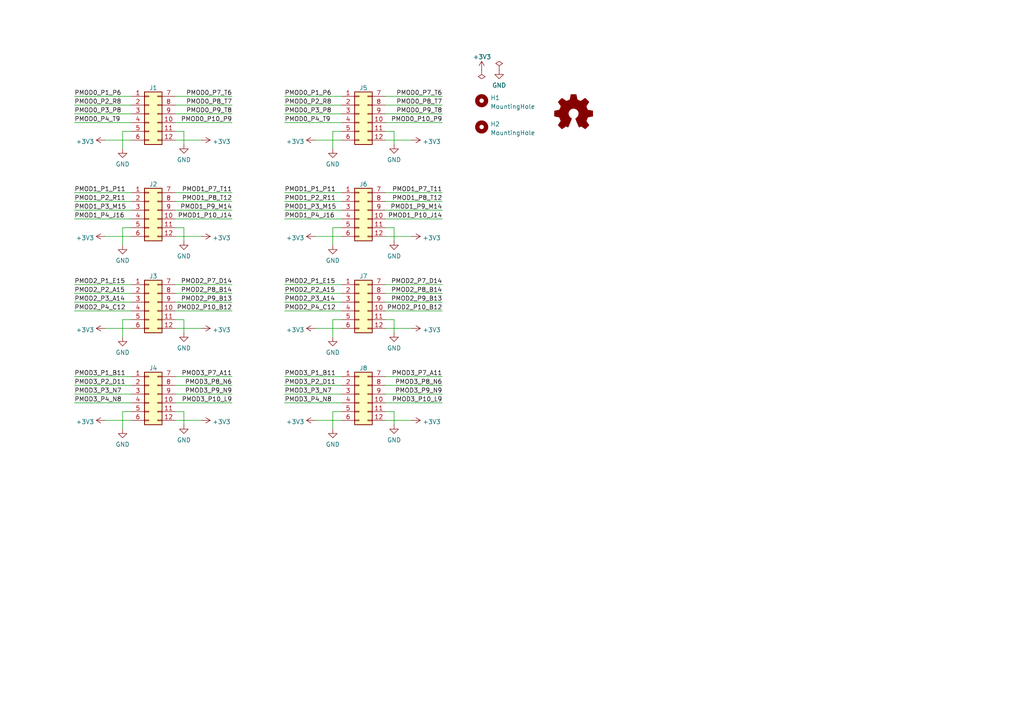
<source format=kicad_sch>
(kicad_sch (version 20230121) (generator eeschema)

  (uuid e52f370c-0c9e-469f-8916-5460f17b6115)

  (paper "A4")

  (title_block
    (title "Tang Primer 20K Pmod Extender")
    (date "2023-03-08")
    (rev "Rev.B")
  )

  (lib_symbols
    (symbol "Connector_Generic:Conn_02x06_Top_Bottom" (pin_names (offset 1.016) hide) (in_bom yes) (on_board yes)
      (property "Reference" "J" (at 1.27 7.62 0)
        (effects (font (size 1.27 1.27)))
      )
      (property "Value" "Conn_02x06_Top_Bottom" (at 1.27 -10.16 0)
        (effects (font (size 1.27 1.27)))
      )
      (property "Footprint" "" (at 0 0 0)
        (effects (font (size 1.27 1.27)) hide)
      )
      (property "Datasheet" "~" (at 0 0 0)
        (effects (font (size 1.27 1.27)) hide)
      )
      (property "ki_keywords" "connector" (at 0 0 0)
        (effects (font (size 1.27 1.27)) hide)
      )
      (property "ki_description" "Generic connector, double row, 02x06, top/bottom pin numbering scheme (row 1: 1...pins_per_row, row2: pins_per_row+1 ... num_pins), script generated (kicad-library-utils/schlib/autogen/connector/)" (at 0 0 0)
        (effects (font (size 1.27 1.27)) hide)
      )
      (property "ki_fp_filters" "Connector*:*_2x??_*" (at 0 0 0)
        (effects (font (size 1.27 1.27)) hide)
      )
      (symbol "Conn_02x06_Top_Bottom_1_1"
        (rectangle (start -1.27 -7.493) (end 0 -7.747)
          (stroke (width 0.1524) (type default))
          (fill (type none))
        )
        (rectangle (start -1.27 -4.953) (end 0 -5.207)
          (stroke (width 0.1524) (type default))
          (fill (type none))
        )
        (rectangle (start -1.27 -2.413) (end 0 -2.667)
          (stroke (width 0.1524) (type default))
          (fill (type none))
        )
        (rectangle (start -1.27 0.127) (end 0 -0.127)
          (stroke (width 0.1524) (type default))
          (fill (type none))
        )
        (rectangle (start -1.27 2.667) (end 0 2.413)
          (stroke (width 0.1524) (type default))
          (fill (type none))
        )
        (rectangle (start -1.27 5.207) (end 0 4.953)
          (stroke (width 0.1524) (type default))
          (fill (type none))
        )
        (rectangle (start -1.27 6.35) (end 3.81 -8.89)
          (stroke (width 0.254) (type default))
          (fill (type background))
        )
        (rectangle (start 3.81 -7.493) (end 2.54 -7.747)
          (stroke (width 0.1524) (type default))
          (fill (type none))
        )
        (rectangle (start 3.81 -4.953) (end 2.54 -5.207)
          (stroke (width 0.1524) (type default))
          (fill (type none))
        )
        (rectangle (start 3.81 -2.413) (end 2.54 -2.667)
          (stroke (width 0.1524) (type default))
          (fill (type none))
        )
        (rectangle (start 3.81 0.127) (end 2.54 -0.127)
          (stroke (width 0.1524) (type default))
          (fill (type none))
        )
        (rectangle (start 3.81 2.667) (end 2.54 2.413)
          (stroke (width 0.1524) (type default))
          (fill (type none))
        )
        (rectangle (start 3.81 5.207) (end 2.54 4.953)
          (stroke (width 0.1524) (type default))
          (fill (type none))
        )
        (pin passive line (at -5.08 5.08 0) (length 3.81)
          (name "Pin_1" (effects (font (size 1.27 1.27))))
          (number "1" (effects (font (size 1.27 1.27))))
        )
        (pin passive line (at 7.62 -2.54 180) (length 3.81)
          (name "Pin_10" (effects (font (size 1.27 1.27))))
          (number "10" (effects (font (size 1.27 1.27))))
        )
        (pin passive line (at 7.62 -5.08 180) (length 3.81)
          (name "Pin_11" (effects (font (size 1.27 1.27))))
          (number "11" (effects (font (size 1.27 1.27))))
        )
        (pin passive line (at 7.62 -7.62 180) (length 3.81)
          (name "Pin_12" (effects (font (size 1.27 1.27))))
          (number "12" (effects (font (size 1.27 1.27))))
        )
        (pin passive line (at -5.08 2.54 0) (length 3.81)
          (name "Pin_2" (effects (font (size 1.27 1.27))))
          (number "2" (effects (font (size 1.27 1.27))))
        )
        (pin passive line (at -5.08 0 0) (length 3.81)
          (name "Pin_3" (effects (font (size 1.27 1.27))))
          (number "3" (effects (font (size 1.27 1.27))))
        )
        (pin passive line (at -5.08 -2.54 0) (length 3.81)
          (name "Pin_4" (effects (font (size 1.27 1.27))))
          (number "4" (effects (font (size 1.27 1.27))))
        )
        (pin passive line (at -5.08 -5.08 0) (length 3.81)
          (name "Pin_5" (effects (font (size 1.27 1.27))))
          (number "5" (effects (font (size 1.27 1.27))))
        )
        (pin passive line (at -5.08 -7.62 0) (length 3.81)
          (name "Pin_6" (effects (font (size 1.27 1.27))))
          (number "6" (effects (font (size 1.27 1.27))))
        )
        (pin passive line (at 7.62 5.08 180) (length 3.81)
          (name "Pin_7" (effects (font (size 1.27 1.27))))
          (number "7" (effects (font (size 1.27 1.27))))
        )
        (pin passive line (at 7.62 2.54 180) (length 3.81)
          (name "Pin_8" (effects (font (size 1.27 1.27))))
          (number "8" (effects (font (size 1.27 1.27))))
        )
        (pin passive line (at 7.62 0 180) (length 3.81)
          (name "Pin_9" (effects (font (size 1.27 1.27))))
          (number "9" (effects (font (size 1.27 1.27))))
        )
      )
    )
    (symbol "Graphic:Logo_Open_Hardware_Small" (pin_names (offset 1.016)) (in_bom yes) (on_board yes)
      (property "Reference" "#LOGO" (at 0 6.985 0)
        (effects (font (size 1.27 1.27)) hide)
      )
      (property "Value" "Logo_Open_Hardware_Small" (at 0 -5.715 0)
        (effects (font (size 1.27 1.27)) hide)
      )
      (property "Footprint" "" (at 0 0 0)
        (effects (font (size 1.27 1.27)) hide)
      )
      (property "Datasheet" "~" (at 0 0 0)
        (effects (font (size 1.27 1.27)) hide)
      )
      (property "ki_keywords" "Logo" (at 0 0 0)
        (effects (font (size 1.27 1.27)) hide)
      )
      (property "ki_description" "Open Hardware logo, small" (at 0 0 0)
        (effects (font (size 1.27 1.27)) hide)
      )
      (symbol "Logo_Open_Hardware_Small_0_1"
        (polyline
          (pts
            (xy 3.3528 -4.3434)
            (xy 3.302 -4.318)
            (xy 3.175 -4.2418)
            (xy 2.9972 -4.1148)
            (xy 2.7686 -3.9624)
            (xy 2.54 -3.81)
            (xy 2.3622 -3.7084)
            (xy 2.2352 -3.6068)
            (xy 2.1844 -3.5814)
            (xy 2.159 -3.6068)
            (xy 2.0574 -3.6576)
            (xy 1.905 -3.7338)
            (xy 1.8034 -3.7846)
            (xy 1.6764 -3.8354)
            (xy 1.6002 -3.8354)
            (xy 1.6002 -3.8354)
            (xy 1.5494 -3.7338)
            (xy 1.4732 -3.5306)
            (xy 1.3462 -3.302)
            (xy 1.2446 -3.0226)
            (xy 1.1176 -2.7178)
            (xy 0.9652 -2.413)
            (xy 0.8636 -2.1082)
            (xy 0.7366 -1.8288)
            (xy 0.6604 -1.6256)
            (xy 0.6096 -1.4732)
            (xy 0.5842 -1.397)
            (xy 0.5842 -1.397)
            (xy 0.6604 -1.3208)
            (xy 0.7874 -1.2446)
            (xy 1.0414 -1.016)
            (xy 1.2954 -0.6858)
            (xy 1.4478 -0.3302)
            (xy 1.524 0.0762)
            (xy 1.4732 0.4572)
            (xy 1.3208 0.8128)
            (xy 1.0668 1.143)
            (xy 0.762 1.3716)
            (xy 0.4064 1.524)
            (xy 0 1.5748)
            (xy -0.381 1.5494)
            (xy -0.7366 1.397)
            (xy -1.0668 1.143)
            (xy -1.2192 0.9906)
            (xy -1.397 0.6604)
            (xy -1.524 0.3048)
            (xy -1.524 0.2286)
            (xy -1.4986 -0.1778)
            (xy -1.397 -0.5334)
            (xy -1.1938 -0.8636)
            (xy -0.9144 -1.143)
            (xy -0.8636 -1.1684)
            (xy -0.7366 -1.27)
            (xy -0.635 -1.3462)
            (xy -0.5842 -1.397)
            (xy -1.0668 -2.5908)
            (xy -1.143 -2.794)
            (xy -1.2954 -3.1242)
            (xy -1.397 -3.4036)
            (xy -1.4986 -3.6322)
            (xy -1.5748 -3.7846)
            (xy -1.6002 -3.8354)
            (xy -1.6002 -3.8354)
            (xy -1.651 -3.8354)
            (xy -1.7272 -3.81)
            (xy -1.905 -3.7338)
            (xy -2.0066 -3.683)
            (xy -2.1336 -3.6068)
            (xy -2.2098 -3.5814)
            (xy -2.2606 -3.6068)
            (xy -2.3622 -3.683)
            (xy -2.54 -3.81)
            (xy -2.7686 -3.9624)
            (xy -2.9718 -4.0894)
            (xy -3.1496 -4.2164)
            (xy -3.302 -4.318)
            (xy -3.3528 -4.3434)
            (xy -3.3782 -4.3434)
            (xy -3.429 -4.318)
            (xy -3.5306 -4.2164)
            (xy -3.7084 -4.064)
            (xy -3.937 -3.8354)
            (xy -3.9624 -3.81)
            (xy -4.1656 -3.6068)
            (xy -4.318 -3.4544)
            (xy -4.4196 -3.3274)
            (xy -4.445 -3.2766)
            (xy -4.445 -3.2766)
            (xy -4.4196 -3.2258)
            (xy -4.318 -3.0734)
            (xy -4.2164 -2.8956)
            (xy -4.064 -2.667)
            (xy -3.6576 -2.0828)
            (xy -3.8862 -1.5494)
            (xy -3.937 -1.3716)
            (xy -4.0386 -1.1684)
            (xy -4.0894 -1.0414)
            (xy -4.1148 -0.9652)
            (xy -4.191 -0.9398)
            (xy -4.318 -0.9144)
            (xy -4.5466 -0.8636)
            (xy -4.8006 -0.8128)
            (xy -5.0546 -0.7874)
            (xy -5.2578 -0.7366)
            (xy -5.4356 -0.7112)
            (xy -5.5118 -0.6858)
            (xy -5.5118 -0.6858)
            (xy -5.5372 -0.635)
            (xy -5.5372 -0.5588)
            (xy -5.5372 -0.4318)
            (xy -5.5626 -0.2286)
            (xy -5.5626 0.0762)
            (xy -5.5626 0.127)
            (xy -5.5372 0.4064)
            (xy -5.5372 0.635)
            (xy -5.5372 0.762)
            (xy -5.5372 0.8382)
            (xy -5.5372 0.8382)
            (xy -5.461 0.8382)
            (xy -5.3086 0.889)
            (xy -5.08 0.9144)
            (xy -4.826 0.9652)
            (xy -4.8006 0.9906)
            (xy -4.5466 1.0414)
            (xy -4.318 1.0668)
            (xy -4.1656 1.1176)
            (xy -4.0894 1.143)
            (xy -4.0894 1.143)
            (xy -4.0386 1.2446)
            (xy -3.9624 1.4224)
            (xy -3.8608 1.6256)
            (xy -3.7846 1.8288)
            (xy -3.7084 2.0066)
            (xy -3.6576 2.159)
            (xy -3.6322 2.2098)
            (xy -3.6322 2.2098)
            (xy -3.683 2.286)
            (xy -3.7592 2.413)
            (xy -3.8862 2.5908)
            (xy -4.064 2.8194)
            (xy -4.064 2.8448)
            (xy -4.2164 3.0734)
            (xy -4.3434 3.2512)
            (xy -4.4196 3.3782)
            (xy -4.445 3.4544)
            (xy -4.445 3.4544)
            (xy -4.3942 3.5052)
            (xy -4.2926 3.6322)
            (xy -4.1148 3.81)
            (xy -3.937 4.0132)
            (xy -3.8608 4.064)
            (xy -3.6576 4.2926)
            (xy -3.5052 4.4196)
            (xy -3.4036 4.4958)
            (xy -3.3528 4.5212)
            (xy -3.3528 4.5212)
            (xy -3.302 4.4704)
            (xy -3.1496 4.3688)
            (xy -2.9718 4.2418)
            (xy -2.7432 4.0894)
            (xy -2.7178 4.0894)
            (xy -2.4892 3.937)
            (xy -2.3114 3.81)
            (xy -2.1844 3.7084)
            (xy -2.1336 3.683)
            (xy -2.1082 3.683)
            (xy -2.032 3.7084)
            (xy -1.8542 3.7592)
            (xy -1.6764 3.8354)
            (xy -1.4732 3.937)
            (xy -1.27 4.0132)
            (xy -1.143 4.064)
            (xy -1.0668 4.1148)
            (xy -1.0668 4.1148)
            (xy -1.0414 4.191)
            (xy -1.016 4.3434)
            (xy -0.9652 4.572)
            (xy -0.9144 4.8514)
            (xy -0.889 4.9022)
            (xy -0.8382 5.1562)
            (xy -0.8128 5.3848)
            (xy -0.7874 5.5372)
            (xy -0.762 5.588)
            (xy -0.7112 5.6134)
            (xy -0.5842 5.6134)
            (xy -0.4064 5.6134)
            (xy -0.1524 5.6134)
            (xy 0.0762 5.6134)
            (xy 0.3302 5.6134)
            (xy 0.5334 5.6134)
            (xy 0.6858 5.588)
            (xy 0.7366 5.588)
            (xy 0.7366 5.588)
            (xy 0.762 5.5118)
            (xy 0.8128 5.334)
            (xy 0.8382 5.1054)
            (xy 0.9144 4.826)
            (xy 0.9144 4.7752)
            (xy 0.9652 4.5212)
            (xy 1.016 4.2926)
            (xy 1.0414 4.1402)
            (xy 1.0668 4.0894)
            (xy 1.0668 4.0894)
            (xy 1.1938 4.0386)
            (xy 1.3716 3.9624)
            (xy 1.5748 3.8608)
            (xy 2.0828 3.6576)
            (xy 2.7178 4.0894)
            (xy 2.7686 4.1402)
            (xy 2.9972 4.2926)
            (xy 3.175 4.4196)
            (xy 3.302 4.4958)
            (xy 3.3782 4.5212)
            (xy 3.3782 4.5212)
            (xy 3.429 4.4704)
            (xy 3.556 4.3434)
            (xy 3.7338 4.191)
            (xy 3.9116 3.9878)
            (xy 4.064 3.8354)
            (xy 4.2418 3.6576)
            (xy 4.3434 3.556)
            (xy 4.4196 3.4798)
            (xy 4.4196 3.429)
            (xy 4.4196 3.4036)
            (xy 4.3942 3.3274)
            (xy 4.2926 3.2004)
            (xy 4.1656 2.9972)
            (xy 4.0132 2.794)
            (xy 3.8862 2.5908)
            (xy 3.7592 2.3876)
            (xy 3.6576 2.2352)
            (xy 3.6322 2.159)
            (xy 3.6322 2.1336)
            (xy 3.683 2.0066)
            (xy 3.7592 1.8288)
            (xy 3.8608 1.6002)
            (xy 4.064 1.1176)
            (xy 4.3942 1.0414)
            (xy 4.5974 1.016)
            (xy 4.8768 0.9652)
            (xy 5.1308 0.9144)
            (xy 5.5372 0.8382)
            (xy 5.5626 -0.6604)
            (xy 5.4864 -0.6858)
            (xy 5.4356 -0.6858)
            (xy 5.2832 -0.7366)
            (xy 5.0546 -0.762)
            (xy 4.8006 -0.8128)
            (xy 4.5974 -0.8636)
            (xy 4.3688 -0.9144)
            (xy 4.2164 -0.9398)
            (xy 4.1402 -0.9398)
            (xy 4.1148 -0.9652)
            (xy 4.064 -1.0668)
            (xy 3.9878 -1.2446)
            (xy 3.9116 -1.4478)
            (xy 3.81 -1.651)
            (xy 3.7338 -1.8542)
            (xy 3.683 -2.0066)
            (xy 3.6576 -2.0828)
            (xy 3.683 -2.1336)
            (xy 3.7846 -2.2606)
            (xy 3.8862 -2.4638)
            (xy 4.0386 -2.667)
            (xy 4.191 -2.8956)
            (xy 4.318 -3.0734)
            (xy 4.3942 -3.2004)
            (xy 4.445 -3.2766)
            (xy 4.4196 -3.3274)
            (xy 4.3434 -3.429)
            (xy 4.1656 -3.5814)
            (xy 3.937 -3.8354)
            (xy 3.8862 -3.8608)
            (xy 3.683 -4.064)
            (xy 3.5306 -4.2164)
            (xy 3.4036 -4.318)
            (xy 3.3528 -4.3434)
          )
          (stroke (width 0) (type default))
          (fill (type outline))
        )
      )
    )
    (symbol "Mechanical:MountingHole" (pin_names (offset 1.016)) (in_bom yes) (on_board yes)
      (property "Reference" "H" (at 0 5.08 0)
        (effects (font (size 1.27 1.27)))
      )
      (property "Value" "MountingHole" (at 0 3.175 0)
        (effects (font (size 1.27 1.27)))
      )
      (property "Footprint" "" (at 0 0 0)
        (effects (font (size 1.27 1.27)) hide)
      )
      (property "Datasheet" "~" (at 0 0 0)
        (effects (font (size 1.27 1.27)) hide)
      )
      (property "ki_keywords" "mounting hole" (at 0 0 0)
        (effects (font (size 1.27 1.27)) hide)
      )
      (property "ki_description" "Mounting Hole without connection" (at 0 0 0)
        (effects (font (size 1.27 1.27)) hide)
      )
      (property "ki_fp_filters" "MountingHole*" (at 0 0 0)
        (effects (font (size 1.27 1.27)) hide)
      )
      (symbol "MountingHole_0_1"
        (circle (center 0 0) (radius 1.27)
          (stroke (width 1.27) (type default))
          (fill (type none))
        )
      )
    )
    (symbol "power:+3V3" (power) (pin_names (offset 0)) (in_bom yes) (on_board yes)
      (property "Reference" "#PWR" (at 0 -3.81 0)
        (effects (font (size 1.27 1.27)) hide)
      )
      (property "Value" "+3V3" (at 0 3.556 0)
        (effects (font (size 1.27 1.27)))
      )
      (property "Footprint" "" (at 0 0 0)
        (effects (font (size 1.27 1.27)) hide)
      )
      (property "Datasheet" "" (at 0 0 0)
        (effects (font (size 1.27 1.27)) hide)
      )
      (property "ki_keywords" "power-flag" (at 0 0 0)
        (effects (font (size 1.27 1.27)) hide)
      )
      (property "ki_description" "Power symbol creates a global label with name \"+3V3\"" (at 0 0 0)
        (effects (font (size 1.27 1.27)) hide)
      )
      (symbol "+3V3_0_1"
        (polyline
          (pts
            (xy -0.762 1.27)
            (xy 0 2.54)
          )
          (stroke (width 0) (type default))
          (fill (type none))
        )
        (polyline
          (pts
            (xy 0 0)
            (xy 0 2.54)
          )
          (stroke (width 0) (type default))
          (fill (type none))
        )
        (polyline
          (pts
            (xy 0 2.54)
            (xy 0.762 1.27)
          )
          (stroke (width 0) (type default))
          (fill (type none))
        )
      )
      (symbol "+3V3_1_1"
        (pin power_in line (at 0 0 90) (length 0) hide
          (name "+3V3" (effects (font (size 1.27 1.27))))
          (number "1" (effects (font (size 1.27 1.27))))
        )
      )
    )
    (symbol "power:GND" (power) (pin_names (offset 0)) (in_bom yes) (on_board yes)
      (property "Reference" "#PWR" (at 0 -6.35 0)
        (effects (font (size 1.27 1.27)) hide)
      )
      (property "Value" "GND" (at 0 -3.81 0)
        (effects (font (size 1.27 1.27)))
      )
      (property "Footprint" "" (at 0 0 0)
        (effects (font (size 1.27 1.27)) hide)
      )
      (property "Datasheet" "" (at 0 0 0)
        (effects (font (size 1.27 1.27)) hide)
      )
      (property "ki_keywords" "power-flag" (at 0 0 0)
        (effects (font (size 1.27 1.27)) hide)
      )
      (property "ki_description" "Power symbol creates a global label with name \"GND\" , ground" (at 0 0 0)
        (effects (font (size 1.27 1.27)) hide)
      )
      (symbol "GND_0_1"
        (polyline
          (pts
            (xy 0 0)
            (xy 0 -1.27)
            (xy 1.27 -1.27)
            (xy 0 -2.54)
            (xy -1.27 -1.27)
            (xy 0 -1.27)
          )
          (stroke (width 0) (type default))
          (fill (type none))
        )
      )
      (symbol "GND_1_1"
        (pin power_in line (at 0 0 270) (length 0) hide
          (name "GND" (effects (font (size 1.27 1.27))))
          (number "1" (effects (font (size 1.27 1.27))))
        )
      )
    )
    (symbol "power:PWR_FLAG" (power) (pin_numbers hide) (pin_names (offset 0) hide) (in_bom yes) (on_board yes)
      (property "Reference" "#FLG" (at 0 1.905 0)
        (effects (font (size 1.27 1.27)) hide)
      )
      (property "Value" "PWR_FLAG" (at 0 3.81 0)
        (effects (font (size 1.27 1.27)))
      )
      (property "Footprint" "" (at 0 0 0)
        (effects (font (size 1.27 1.27)) hide)
      )
      (property "Datasheet" "~" (at 0 0 0)
        (effects (font (size 1.27 1.27)) hide)
      )
      (property "ki_keywords" "power-flag" (at 0 0 0)
        (effects (font (size 1.27 1.27)) hide)
      )
      (property "ki_description" "Special symbol for telling ERC where power comes from" (at 0 0 0)
        (effects (font (size 1.27 1.27)) hide)
      )
      (symbol "PWR_FLAG_0_0"
        (pin power_out line (at 0 0 90) (length 0)
          (name "pwr" (effects (font (size 1.27 1.27))))
          (number "1" (effects (font (size 1.27 1.27))))
        )
      )
      (symbol "PWR_FLAG_0_1"
        (polyline
          (pts
            (xy 0 0)
            (xy 0 1.27)
            (xy -1.016 1.905)
            (xy 0 2.54)
            (xy 1.016 1.905)
            (xy 0 1.27)
          )
          (stroke (width 0) (type default))
          (fill (type none))
        )
      )
    )
  )


  (wire (pts (xy 96.52 38.1) (xy 99.06 38.1))
    (stroke (width 0) (type default))
    (uuid 00c6b08e-5cd7-45e6-8a75-dc3a3957857d)
  )
  (wire (pts (xy 21.59 27.94) (xy 38.1 27.94))
    (stroke (width 0) (type default))
    (uuid 00d9aace-66cf-4e10-a1c3-85a09ffe1c71)
  )
  (wire (pts (xy 50.8 114.3) (xy 67.31 114.3))
    (stroke (width 0) (type default))
    (uuid 00dd9087-335f-45e9-b3a6-e369a8407523)
  )
  (wire (pts (xy 111.76 35.56) (xy 128.27 35.56))
    (stroke (width 0) (type default))
    (uuid 018cc487-fc8a-45ae-8e30-42d4859ef9de)
  )
  (wire (pts (xy 50.8 33.02) (xy 67.31 33.02))
    (stroke (width 0) (type default))
    (uuid 068e5a28-4d9a-4fa9-b795-b19d81d80e13)
  )
  (wire (pts (xy 82.55 82.55) (xy 99.06 82.55))
    (stroke (width 0) (type default))
    (uuid 09b6335c-ed13-44f6-9012-5db40f425650)
  )
  (wire (pts (xy 91.44 121.92) (xy 99.06 121.92))
    (stroke (width 0) (type default))
    (uuid 0a03ed01-73e7-46ec-a491-b20fc3e70ba2)
  )
  (wire (pts (xy 82.55 111.76) (xy 99.06 111.76))
    (stroke (width 0) (type default))
    (uuid 0af36fad-f7b3-42f6-b42e-7392f7f2e49b)
  )
  (wire (pts (xy 111.76 87.63) (xy 128.27 87.63))
    (stroke (width 0) (type default))
    (uuid 0bbdeed1-e64a-4d4b-9998-19ae6f62ba1d)
  )
  (wire (pts (xy 50.8 95.25) (xy 58.42 95.25))
    (stroke (width 0) (type default))
    (uuid 0bdcfa12-b025-47a4-a2f4-e29980919dee)
  )
  (wire (pts (xy 21.59 33.02) (xy 38.1 33.02))
    (stroke (width 0) (type default))
    (uuid 0c905228-cc17-477d-b798-3d3ab1f26297)
  )
  (wire (pts (xy 111.76 109.22) (xy 128.27 109.22))
    (stroke (width 0) (type default))
    (uuid 0ef25ec1-afca-47ac-bea9-08d29a8a296e)
  )
  (wire (pts (xy 111.76 68.58) (xy 119.38 68.58))
    (stroke (width 0) (type default))
    (uuid 13b6f244-3090-4931-89d7-14d3e097bd5d)
  )
  (wire (pts (xy 111.76 30.48) (xy 128.27 30.48))
    (stroke (width 0) (type default))
    (uuid 15fe79da-1d04-4f48-a338-7018915bd0ce)
  )
  (wire (pts (xy 50.8 63.5) (xy 67.31 63.5))
    (stroke (width 0) (type default))
    (uuid 193d259b-3e60-4a64-bba3-ca6b2f81e6c6)
  )
  (wire (pts (xy 82.55 116.84) (xy 99.06 116.84))
    (stroke (width 0) (type default))
    (uuid 19c2f302-a9eb-4425-bd3b-c8233c9246f1)
  )
  (wire (pts (xy 21.59 85.09) (xy 38.1 85.09))
    (stroke (width 0) (type default))
    (uuid 1a2ce9b7-c5b5-4119-8905-444e24af80ed)
  )
  (wire (pts (xy 53.34 119.38) (xy 50.8 119.38))
    (stroke (width 0) (type default))
    (uuid 1a924dd7-6274-4093-9bcd-3f544db6ebd6)
  )
  (wire (pts (xy 50.8 35.56) (xy 67.31 35.56))
    (stroke (width 0) (type default))
    (uuid 1e9c628a-27fd-43ec-a057-06e517642fc0)
  )
  (wire (pts (xy 35.56 71.12) (xy 35.56 66.04))
    (stroke (width 0) (type default))
    (uuid 1fb06a16-96c8-4637-b281-f7113b0ee1b3)
  )
  (wire (pts (xy 53.34 69.85) (xy 53.34 66.04))
    (stroke (width 0) (type default))
    (uuid 1ff6cd07-d117-4fdc-8136-7e63a93ac0b8)
  )
  (wire (pts (xy 50.8 58.42) (xy 67.31 58.42))
    (stroke (width 0) (type default))
    (uuid 20978c08-68a2-4ca1-bc2b-c67873601f0b)
  )
  (wire (pts (xy 114.3 69.85) (xy 114.3 66.04))
    (stroke (width 0) (type default))
    (uuid 21db2e98-a4fd-497b-ad94-683c322898e1)
  )
  (wire (pts (xy 111.76 55.88) (xy 128.27 55.88))
    (stroke (width 0) (type default))
    (uuid 238b588d-12f6-46f4-b8f6-1d4897aefbfc)
  )
  (wire (pts (xy 50.8 111.76) (xy 67.31 111.76))
    (stroke (width 0) (type default))
    (uuid 24bf235f-a007-4354-83c2-abc45051521b)
  )
  (wire (pts (xy 21.59 111.76) (xy 38.1 111.76))
    (stroke (width 0) (type default))
    (uuid 2a620dcb-9a2e-442d-b6f0-8f73bab29dba)
  )
  (wire (pts (xy 53.34 92.71) (xy 50.8 92.71))
    (stroke (width 0) (type default))
    (uuid 2e0eaf17-a652-4035-bca4-d83b78e60e25)
  )
  (wire (pts (xy 114.3 123.19) (xy 114.3 119.38))
    (stroke (width 0) (type default))
    (uuid 2e53fc6d-7ec2-4906-9fcc-5c3cbb8f600a)
  )
  (wire (pts (xy 111.76 95.25) (xy 119.38 95.25))
    (stroke (width 0) (type default))
    (uuid 2f3e95d4-1406-48f3-802d-5a5cfde2d06c)
  )
  (wire (pts (xy 111.76 111.76) (xy 128.27 111.76))
    (stroke (width 0) (type default))
    (uuid 2fe7170d-84f6-4ed8-b9b1-de6fa708ab24)
  )
  (wire (pts (xy 30.48 40.64) (xy 38.1 40.64))
    (stroke (width 0) (type default))
    (uuid 30aa75c5-6d87-4cc6-a139-bb51f590f3e2)
  )
  (wire (pts (xy 53.34 38.1) (xy 50.8 38.1))
    (stroke (width 0) (type default))
    (uuid 3132090d-9d34-48a3-a374-b823ca5cda42)
  )
  (wire (pts (xy 53.34 66.04) (xy 50.8 66.04))
    (stroke (width 0) (type default))
    (uuid 34df14ab-8b06-46b5-9098-bc7ad7c7cfe4)
  )
  (wire (pts (xy 50.8 90.17) (xy 67.31 90.17))
    (stroke (width 0) (type default))
    (uuid 36531866-6881-44c4-95ce-a531514cccd8)
  )
  (wire (pts (xy 50.8 87.63) (xy 67.31 87.63))
    (stroke (width 0) (type default))
    (uuid 369cdcdd-9f22-4336-bdc1-0968780bc7ff)
  )
  (wire (pts (xy 50.8 68.58) (xy 58.42 68.58))
    (stroke (width 0) (type default))
    (uuid 36ec1e6a-486f-4065-ab6d-4235b174f9b9)
  )
  (wire (pts (xy 35.56 38.1) (xy 38.1 38.1))
    (stroke (width 0) (type default))
    (uuid 381cce2b-3ee3-470b-9cab-93eaf67fbd75)
  )
  (wire (pts (xy 21.59 30.48) (xy 38.1 30.48))
    (stroke (width 0) (type default))
    (uuid 42297b15-02c6-4853-8bf6-607238aedb27)
  )
  (wire (pts (xy 82.55 27.94) (xy 99.06 27.94))
    (stroke (width 0) (type default))
    (uuid 42890dce-0832-4a3c-a079-47840c6ed18e)
  )
  (wire (pts (xy 82.55 60.96) (xy 99.06 60.96))
    (stroke (width 0) (type default))
    (uuid 42b9ddae-a259-4fb7-b7f5-d30e0c1a901e)
  )
  (wire (pts (xy 50.8 30.48) (xy 67.31 30.48))
    (stroke (width 0) (type default))
    (uuid 4a0c36fb-605a-4adf-9ee7-eda364af257f)
  )
  (wire (pts (xy 53.34 41.91) (xy 53.34 38.1))
    (stroke (width 0) (type default))
    (uuid 4d684825-42ad-4061-9694-5a4677bd0c1b)
  )
  (wire (pts (xy 82.55 85.09) (xy 99.06 85.09))
    (stroke (width 0) (type default))
    (uuid 4e7301f5-a18b-4e02-9806-f6b8efd8b25c)
  )
  (wire (pts (xy 30.48 95.25) (xy 38.1 95.25))
    (stroke (width 0) (type default))
    (uuid 4f424d1a-55d2-4946-a324-6c18e71d1ace)
  )
  (wire (pts (xy 50.8 121.92) (xy 58.42 121.92))
    (stroke (width 0) (type default))
    (uuid 56f7a2f4-7ecf-48b4-9be6-941c8af43fbf)
  )
  (wire (pts (xy 111.76 27.94) (xy 128.27 27.94))
    (stroke (width 0) (type default))
    (uuid 5ae47720-344f-4783-a915-a93675a8ed9f)
  )
  (wire (pts (xy 21.59 55.88) (xy 38.1 55.88))
    (stroke (width 0) (type default))
    (uuid 67987b57-7bbc-4de4-962d-70d1f77c900b)
  )
  (wire (pts (xy 50.8 60.96) (xy 67.31 60.96))
    (stroke (width 0) (type default))
    (uuid 68572fd1-cff1-438a-9e5f-3127617593cf)
  )
  (wire (pts (xy 35.56 119.38) (xy 38.1 119.38))
    (stroke (width 0) (type default))
    (uuid 69749ff6-b8c8-495c-9fa4-efbba9f5c370)
  )
  (wire (pts (xy 21.59 60.96) (xy 38.1 60.96))
    (stroke (width 0) (type default))
    (uuid 6aebf4cb-e32c-4e14-9338-06dcf74fb162)
  )
  (wire (pts (xy 21.59 58.42) (xy 38.1 58.42))
    (stroke (width 0) (type default))
    (uuid 6ff32384-db46-49be-94cd-bc1f1185c691)
  )
  (wire (pts (xy 21.59 109.22) (xy 38.1 109.22))
    (stroke (width 0) (type default))
    (uuid 7182ded8-c8d8-4442-9dfe-ddf76671461e)
  )
  (wire (pts (xy 50.8 82.55) (xy 67.31 82.55))
    (stroke (width 0) (type default))
    (uuid 75e2f69a-635f-4be5-8b4f-30f040c9c03d)
  )
  (wire (pts (xy 96.52 71.12) (xy 96.52 66.04))
    (stroke (width 0) (type default))
    (uuid 7a1a36f4-9517-4cd6-9fe1-605d5c91f015)
  )
  (wire (pts (xy 50.8 27.94) (xy 67.31 27.94))
    (stroke (width 0) (type default))
    (uuid 7a765dab-7876-4b3c-8fee-aa272de50b25)
  )
  (wire (pts (xy 111.76 33.02) (xy 128.27 33.02))
    (stroke (width 0) (type default))
    (uuid 7beb24dd-bfbb-4acc-8ef8-569d17baa56e)
  )
  (wire (pts (xy 96.52 66.04) (xy 99.06 66.04))
    (stroke (width 0) (type default))
    (uuid 7daff78d-44c1-4653-b521-12e4e32f959d)
  )
  (wire (pts (xy 111.76 116.84) (xy 128.27 116.84))
    (stroke (width 0) (type default))
    (uuid 8008f5e9-1a17-4209-bfe5-5285a0361d24)
  )
  (wire (pts (xy 35.56 43.18) (xy 35.56 38.1))
    (stroke (width 0) (type default))
    (uuid 803c1bd6-135a-4371-bc66-5ae125435b5b)
  )
  (wire (pts (xy 50.8 109.22) (xy 67.31 109.22))
    (stroke (width 0) (type default))
    (uuid 81bf0b3f-2cf1-4d89-a78b-db716fa06683)
  )
  (wire (pts (xy 96.52 124.46) (xy 96.52 119.38))
    (stroke (width 0) (type default))
    (uuid 83896977-d1d5-4918-b6a0-09cbb1d3d02f)
  )
  (wire (pts (xy 111.76 40.64) (xy 119.38 40.64))
    (stroke (width 0) (type default))
    (uuid 8738a8aa-77da-4f2e-bc72-01e3326fea74)
  )
  (wire (pts (xy 30.48 121.92) (xy 38.1 121.92))
    (stroke (width 0) (type default))
    (uuid 88e4cf72-44e0-430f-9ad9-8d0d64097960)
  )
  (wire (pts (xy 35.56 92.71) (xy 38.1 92.71))
    (stroke (width 0) (type default))
    (uuid 8a2138ca-7dae-485f-9954-4a37347abf63)
  )
  (wire (pts (xy 82.55 63.5) (xy 99.06 63.5))
    (stroke (width 0) (type default))
    (uuid 8aa70389-03bc-4126-9963-20a861cba675)
  )
  (wire (pts (xy 96.52 119.38) (xy 99.06 119.38))
    (stroke (width 0) (type default))
    (uuid 8aed080d-062f-4721-aa01-a954f0cd35c8)
  )
  (wire (pts (xy 82.55 30.48) (xy 99.06 30.48))
    (stroke (width 0) (type default))
    (uuid 8d8d1202-6a5b-4e6f-97fc-787d9bf0fe52)
  )
  (wire (pts (xy 50.8 40.64) (xy 58.42 40.64))
    (stroke (width 0) (type default))
    (uuid 90999dee-8b5e-4aa3-bc67-94d58d6f9d72)
  )
  (wire (pts (xy 114.3 92.71) (xy 111.76 92.71))
    (stroke (width 0) (type default))
    (uuid 928aff44-2668-4b75-bf20-180a917675ef)
  )
  (wire (pts (xy 21.59 90.17) (xy 38.1 90.17))
    (stroke (width 0) (type default))
    (uuid 9a0b6eef-8c6e-49dc-92cb-0d21154875a3)
  )
  (wire (pts (xy 111.76 114.3) (xy 128.27 114.3))
    (stroke (width 0) (type default))
    (uuid 9a561492-d93b-4929-8d58-422e50fe1c27)
  )
  (wire (pts (xy 114.3 66.04) (xy 111.76 66.04))
    (stroke (width 0) (type default))
    (uuid 9b18a77e-8228-4552-b732-c3d5211ce194)
  )
  (wire (pts (xy 21.59 35.56) (xy 38.1 35.56))
    (stroke (width 0) (type default))
    (uuid 9b784c87-337c-428e-953e-31794fae0d92)
  )
  (wire (pts (xy 91.44 40.64) (xy 99.06 40.64))
    (stroke (width 0) (type default))
    (uuid 9c0f783f-9add-4b6f-9f70-0e9c7ca442fc)
  )
  (wire (pts (xy 21.59 114.3) (xy 38.1 114.3))
    (stroke (width 0) (type default))
    (uuid 9c3bb0a2-3919-4c11-b6e2-4b457b8dec56)
  )
  (wire (pts (xy 111.76 90.17) (xy 128.27 90.17))
    (stroke (width 0) (type default))
    (uuid a2eb3d1a-1a56-4fa1-8e85-be2341a58792)
  )
  (wire (pts (xy 35.56 66.04) (xy 38.1 66.04))
    (stroke (width 0) (type default))
    (uuid a4d49021-322f-4ead-8e6b-e66e21ac06b7)
  )
  (wire (pts (xy 35.56 97.79) (xy 35.56 92.71))
    (stroke (width 0) (type default))
    (uuid aaafa78b-7b6c-4226-98aa-7c5312f5b1f9)
  )
  (wire (pts (xy 50.8 85.09) (xy 67.31 85.09))
    (stroke (width 0) (type default))
    (uuid aac18b4a-fdc0-45af-9d10-d935000e7899)
  )
  (wire (pts (xy 21.59 82.55) (xy 38.1 82.55))
    (stroke (width 0) (type default))
    (uuid b06d7727-e6b3-4d89-8855-90e11271d412)
  )
  (wire (pts (xy 82.55 87.63) (xy 99.06 87.63))
    (stroke (width 0) (type default))
    (uuid b2384163-4ab5-429d-9549-2dbfc61f7078)
  )
  (wire (pts (xy 30.48 68.58) (xy 38.1 68.58))
    (stroke (width 0) (type default))
    (uuid b245626f-fe73-4b16-b658-1fa3176ce54b)
  )
  (wire (pts (xy 96.52 43.18) (xy 96.52 38.1))
    (stroke (width 0) (type default))
    (uuid b4058b43-979e-4e18-b0f9-7680aa6bbeca)
  )
  (wire (pts (xy 35.56 124.46) (xy 35.56 119.38))
    (stroke (width 0) (type default))
    (uuid b422d30d-41da-471f-9561-f3e662f1ac80)
  )
  (wire (pts (xy 111.76 85.09) (xy 128.27 85.09))
    (stroke (width 0) (type default))
    (uuid b7092da9-6001-49cc-a978-bb9454583ef1)
  )
  (wire (pts (xy 114.3 96.52) (xy 114.3 92.71))
    (stroke (width 0) (type default))
    (uuid b7b81121-3d77-49ee-8323-f9857d64f746)
  )
  (wire (pts (xy 96.52 92.71) (xy 99.06 92.71))
    (stroke (width 0) (type default))
    (uuid b7f1d949-ff21-4e3e-8b52-6e9c17999737)
  )
  (wire (pts (xy 53.34 123.19) (xy 53.34 119.38))
    (stroke (width 0) (type default))
    (uuid bad6c685-b2c7-48aa-9094-f98ca0fe6a94)
  )
  (wire (pts (xy 21.59 63.5) (xy 38.1 63.5))
    (stroke (width 0) (type default))
    (uuid bddf7823-dd74-4405-8a38-c2c201972661)
  )
  (wire (pts (xy 111.76 63.5) (xy 128.27 63.5))
    (stroke (width 0) (type default))
    (uuid c0a071e6-cca6-466d-a0e8-01f43437df56)
  )
  (wire (pts (xy 82.55 90.17) (xy 99.06 90.17))
    (stroke (width 0) (type default))
    (uuid c678b860-fe36-46ea-9baa-5271c24e32dc)
  )
  (wire (pts (xy 114.3 41.91) (xy 114.3 38.1))
    (stroke (width 0) (type default))
    (uuid c81efc94-9100-4c3d-bea4-708523324797)
  )
  (wire (pts (xy 82.55 58.42) (xy 99.06 58.42))
    (stroke (width 0) (type default))
    (uuid c824b0b6-21c0-4192-8052-1ed5d630d53f)
  )
  (wire (pts (xy 96.52 97.79) (xy 96.52 92.71))
    (stroke (width 0) (type default))
    (uuid ca685d58-3b32-43e8-adcf-c721f42a2289)
  )
  (wire (pts (xy 114.3 38.1) (xy 111.76 38.1))
    (stroke (width 0) (type default))
    (uuid cced1beb-4d06-4027-bdc5-a30eb7c38b76)
  )
  (wire (pts (xy 91.44 95.25) (xy 99.06 95.25))
    (stroke (width 0) (type default))
    (uuid cfa1e2fc-f3b6-4fa5-b6df-f21d333971ac)
  )
  (wire (pts (xy 50.8 55.88) (xy 67.31 55.88))
    (stroke (width 0) (type default))
    (uuid d3b51444-0b56-4d06-a3bc-c637bfc38a4a)
  )
  (wire (pts (xy 91.44 68.58) (xy 99.06 68.58))
    (stroke (width 0) (type default))
    (uuid d86bbfa3-464b-45f2-9c86-ce9cdcbdf960)
  )
  (wire (pts (xy 82.55 55.88) (xy 99.06 55.88))
    (stroke (width 0) (type default))
    (uuid dacfe5e1-3b92-4c34-833b-3122b2eb6c36)
  )
  (wire (pts (xy 111.76 60.96) (xy 128.27 60.96))
    (stroke (width 0) (type default))
    (uuid dc21fed6-1993-45fa-8f65-c033b3a8b629)
  )
  (wire (pts (xy 82.55 109.22) (xy 99.06 109.22))
    (stroke (width 0) (type default))
    (uuid dec1dd74-7398-4581-ae1c-0d371e216503)
  )
  (wire (pts (xy 82.55 33.02) (xy 99.06 33.02))
    (stroke (width 0) (type default))
    (uuid df232e56-321c-4980-89cf-10623d6e0dbb)
  )
  (wire (pts (xy 114.3 119.38) (xy 111.76 119.38))
    (stroke (width 0) (type default))
    (uuid dfd6459f-516e-4066-9b27-ac32ed576ac8)
  )
  (wire (pts (xy 111.76 121.92) (xy 119.38 121.92))
    (stroke (width 0) (type default))
    (uuid e1b082c6-d246-437f-a20d-0173ff9b2ecd)
  )
  (wire (pts (xy 111.76 82.55) (xy 128.27 82.55))
    (stroke (width 0) (type default))
    (uuid e561d79e-bcd0-42f0-8aed-d3ced4a4b80c)
  )
  (wire (pts (xy 53.34 96.52) (xy 53.34 92.71))
    (stroke (width 0) (type default))
    (uuid ed2bce4c-deb6-459e-840b-9204a700fee2)
  )
  (wire (pts (xy 21.59 116.84) (xy 38.1 116.84))
    (stroke (width 0) (type default))
    (uuid f2ed5208-c54c-4310-bf9a-aea295b25924)
  )
  (wire (pts (xy 111.76 58.42) (xy 128.27 58.42))
    (stroke (width 0) (type default))
    (uuid f3cd87d6-8a39-4ebc-8649-6a35a121f4a2)
  )
  (wire (pts (xy 21.59 87.63) (xy 38.1 87.63))
    (stroke (width 0) (type default))
    (uuid f3fa67eb-d46a-45fa-95db-7c6e70d0696c)
  )
  (wire (pts (xy 50.8 116.84) (xy 67.31 116.84))
    (stroke (width 0) (type default))
    (uuid f816a7b1-a82b-4ded-9db4-c7648fd9a567)
  )
  (wire (pts (xy 82.55 114.3) (xy 99.06 114.3))
    (stroke (width 0) (type default))
    (uuid fc9eea68-bfe7-49b2-aafb-a09eed87e64c)
  )
  (wire (pts (xy 82.55 35.56) (xy 99.06 35.56))
    (stroke (width 0) (type default))
    (uuid fedf56ab-c7bf-441b-8774-9621af8c4d37)
  )

  (label "PMOD1_P9_M14" (at 67.31 60.96 180) (fields_autoplaced)
    (effects (font (size 1.27 1.27)) (justify right bottom))
    (uuid 0432d5c0-8584-496d-ba93-80ab0f4b627d)
  )
  (label "PMOD1_P10_J14" (at 128.27 63.5 180) (fields_autoplaced)
    (effects (font (size 1.27 1.27)) (justify right bottom))
    (uuid 07042aa1-e21e-45d3-a7f1-2c6a62fd097e)
  )
  (label "PMOD0_P9_T8" (at 67.31 33.02 180) (fields_autoplaced)
    (effects (font (size 1.27 1.27)) (justify right bottom))
    (uuid 0ad73c81-7892-4818-9ee1-5f1ee385563b)
  )
  (label "PMOD3_P4_N8" (at 82.55 116.84 0) (fields_autoplaced)
    (effects (font (size 1.27 1.27)) (justify left bottom))
    (uuid 0dc85554-4168-4db7-998b-0d1fe891382c)
  )
  (label "PMOD1_P1_P11" (at 21.59 55.88 0) (fields_autoplaced)
    (effects (font (size 1.27 1.27)) (justify left bottom))
    (uuid 0f9c2939-385d-4ee7-be44-75bea9ad6b76)
  )
  (label "PMOD3_P7_A11" (at 67.31 109.22 180) (fields_autoplaced)
    (effects (font (size 1.27 1.27)) (justify right bottom))
    (uuid 12f55358-b5f7-4645-bdae-72c57f535481)
  )
  (label "PMOD1_P9_M14" (at 128.27 60.96 180) (fields_autoplaced)
    (effects (font (size 1.27 1.27)) (justify right bottom))
    (uuid 1458c9ce-e873-4fc3-b98e-2ac36e108ebf)
  )
  (label "PMOD1_P7_T11" (at 67.31 55.88 180) (fields_autoplaced)
    (effects (font (size 1.27 1.27)) (justify right bottom))
    (uuid 1462a066-27c7-41ea-901f-246ef5abdf32)
  )
  (label "PMOD2_P9_B13" (at 128.27 87.63 180) (fields_autoplaced)
    (effects (font (size 1.27 1.27)) (justify right bottom))
    (uuid 14af7ad0-9cdf-46be-90b1-8bb30c35b171)
  )
  (label "PMOD2_P8_B14" (at 67.31 85.09 180) (fields_autoplaced)
    (effects (font (size 1.27 1.27)) (justify right bottom))
    (uuid 1601b6a2-68a7-4bb1-a895-eff3783a51d4)
  )
  (label "PMOD3_P7_A11" (at 128.27 109.22 180) (fields_autoplaced)
    (effects (font (size 1.27 1.27)) (justify right bottom))
    (uuid 162bbb5f-7885-4b94-9c00-8dadcb084c8c)
  )
  (label "PMOD1_P10_J14" (at 67.31 63.5 180) (fields_autoplaced)
    (effects (font (size 1.27 1.27)) (justify right bottom))
    (uuid 1fa06165-d8c6-49ba-8ab0-5b21827a7bb4)
  )
  (label "PMOD3_P9_N9" (at 128.27 114.3 180) (fields_autoplaced)
    (effects (font (size 1.27 1.27)) (justify right bottom))
    (uuid 2110c4b8-0dcc-49a7-b773-8152741ceb85)
  )
  (label "PMOD2_P9_B13" (at 67.31 87.63 180) (fields_autoplaced)
    (effects (font (size 1.27 1.27)) (justify right bottom))
    (uuid 27a6b1f8-c686-417a-94ea-8c1e04401526)
  )
  (label "PMOD0_P2_R8" (at 82.55 30.48 0) (fields_autoplaced)
    (effects (font (size 1.27 1.27)) (justify left bottom))
    (uuid 2ca6b9c7-7dcc-4ae5-ac0c-e66346e3fe17)
  )
  (label "PMOD1_P4_J16" (at 21.59 63.5 0) (fields_autoplaced)
    (effects (font (size 1.27 1.27)) (justify left bottom))
    (uuid 3190b080-a28b-4c54-8497-ca679d7028c5)
  )
  (label "PMOD2_P4_C12" (at 21.59 90.17 0) (fields_autoplaced)
    (effects (font (size 1.27 1.27)) (justify left bottom))
    (uuid 34cf6715-b7c0-45a2-86fe-4edd637b5a14)
  )
  (label "PMOD0_P10_P9" (at 128.27 35.56 180) (fields_autoplaced)
    (effects (font (size 1.27 1.27)) (justify right bottom))
    (uuid 3831f7a3-7894-4247-b6d9-5b573a47ff40)
  )
  (label "PMOD2_P1_E15" (at 21.59 82.55 0) (fields_autoplaced)
    (effects (font (size 1.27 1.27)) (justify left bottom))
    (uuid 43aa95e3-5b73-4adc-a0d4-262a9f6e0e85)
  )
  (label "PMOD2_P3_A14" (at 21.59 87.63 0) (fields_autoplaced)
    (effects (font (size 1.27 1.27)) (justify left bottom))
    (uuid 4f8a21d2-1c39-4e7c-b113-3559cd7eec22)
  )
  (label "PMOD1_P8_T12" (at 67.31 58.42 180) (fields_autoplaced)
    (effects (font (size 1.27 1.27)) (justify right bottom))
    (uuid 543f8a43-2890-4e27-a0a1-1971715529ca)
  )
  (label "PMOD2_P2_A15" (at 21.59 85.09 0) (fields_autoplaced)
    (effects (font (size 1.27 1.27)) (justify left bottom))
    (uuid 57c50528-3582-4215-b4ad-ce33c66a6bbf)
  )
  (label "PMOD0_P4_T9" (at 21.59 35.56 0) (fields_autoplaced)
    (effects (font (size 1.27 1.27)) (justify left bottom))
    (uuid 59107100-e02f-4652-92c4-4e236f03d2f8)
  )
  (label "PMOD3_P8_N6" (at 67.31 111.76 180) (fields_autoplaced)
    (effects (font (size 1.27 1.27)) (justify right bottom))
    (uuid 5b0dc577-0adb-4f74-899d-7f59800c43d9)
  )
  (label "PMOD3_P2_D11" (at 21.59 111.76 0) (fields_autoplaced)
    (effects (font (size 1.27 1.27)) (justify left bottom))
    (uuid 5caac6fd-182b-40d8-8ab0-7b39c3cdb39f)
  )
  (label "PMOD2_P7_D14" (at 128.27 82.55 180) (fields_autoplaced)
    (effects (font (size 1.27 1.27)) (justify right bottom))
    (uuid 5fd5eb53-4a4c-4288-8ed0-34e2f3df3893)
  )
  (label "PMOD3_P1_B11" (at 21.59 109.22 0) (fields_autoplaced)
    (effects (font (size 1.27 1.27)) (justify left bottom))
    (uuid 6551c55f-9a5d-4449-96b5-436fcd04f386)
  )
  (label "PMOD0_P10_P9" (at 67.31 35.56 180) (fields_autoplaced)
    (effects (font (size 1.27 1.27)) (justify right bottom))
    (uuid 6e59a4f6-5633-44c8-9628-1c1c9bf0f577)
  )
  (label "PMOD3_P9_N9" (at 67.31 114.3 180) (fields_autoplaced)
    (effects (font (size 1.27 1.27)) (justify right bottom))
    (uuid 718bda58-bcb5-417c-884f-b4be2c0c0b70)
  )
  (label "PMOD1_P4_J16" (at 82.55 63.5 0) (fields_autoplaced)
    (effects (font (size 1.27 1.27)) (justify left bottom))
    (uuid 747bcc8e-ea48-4b9e-a02b-899d97d89e88)
  )
  (label "PMOD2_P1_E15" (at 82.55 82.55 0) (fields_autoplaced)
    (effects (font (size 1.27 1.27)) (justify left bottom))
    (uuid 8301e3c6-6d12-4e73-b1f1-d8f27b034d9e)
  )
  (label "PMOD2_P8_B14" (at 128.27 85.09 180) (fields_autoplaced)
    (effects (font (size 1.27 1.27)) (justify right bottom))
    (uuid 85df81dd-96aa-48e7-97c4-731e536a7e27)
  )
  (label "PMOD0_P3_P8" (at 21.59 33.02 0) (fields_autoplaced)
    (effects (font (size 1.27 1.27)) (justify left bottom))
    (uuid 8f345287-6f87-479a-aa39-8cb340b6acb1)
  )
  (label "PMOD3_P10_L9" (at 128.27 116.84 180) (fields_autoplaced)
    (effects (font (size 1.27 1.27)) (justify right bottom))
    (uuid 8fb5ab66-5e9f-40c4-aaa7-48040f976d90)
  )
  (label "PMOD0_P8_T7" (at 128.27 30.48 180) (fields_autoplaced)
    (effects (font (size 1.27 1.27)) (justify right bottom))
    (uuid 90718103-f2c9-4da9-9b23-328a427abcdb)
  )
  (label "PMOD2_P3_A14" (at 82.55 87.63 0) (fields_autoplaced)
    (effects (font (size 1.27 1.27)) (justify left bottom))
    (uuid 93f169e4-3bc0-4fd7-88d8-f4614d84728e)
  )
  (label "PMOD0_P8_T7" (at 67.31 30.48 180) (fields_autoplaced)
    (effects (font (size 1.27 1.27)) (justify right bottom))
    (uuid 9928c9ba-9b7d-4419-9b8f-ec767f621687)
  )
  (label "PMOD0_P2_R8" (at 21.59 30.48 0) (fields_autoplaced)
    (effects (font (size 1.27 1.27)) (justify left bottom))
    (uuid 996e5498-9bb7-4a50-b862-fd77aae3de70)
  )
  (label "PMOD0_P1_P6" (at 21.59 27.94 0) (fields_autoplaced)
    (effects (font (size 1.27 1.27)) (justify left bottom))
    (uuid 9bc19c4f-aa94-408a-a604-eb42e34e7a37)
  )
  (label "PMOD1_P8_T12" (at 128.27 58.42 180) (fields_autoplaced)
    (effects (font (size 1.27 1.27)) (justify right bottom))
    (uuid 9d89e7ad-fa6a-4aba-aace-f606c8416485)
  )
  (label "PMOD3_P8_N6" (at 128.27 111.76 180) (fields_autoplaced)
    (effects (font (size 1.27 1.27)) (justify right bottom))
    (uuid 9e55f75a-1896-438e-a7d4-3825215af01f)
  )
  (label "PMOD1_P2_R11" (at 21.59 58.42 0) (fields_autoplaced)
    (effects (font (size 1.27 1.27)) (justify left bottom))
    (uuid a162fe2b-b38a-4f92-9b87-81a3c040f737)
  )
  (label "PMOD1_P3_M15" (at 21.59 60.96 0) (fields_autoplaced)
    (effects (font (size 1.27 1.27)) (justify left bottom))
    (uuid a9e9d7ec-5706-4250-9810-14928165fd90)
  )
  (label "PMOD3_P1_B11" (at 82.55 109.22 0) (fields_autoplaced)
    (effects (font (size 1.27 1.27)) (justify left bottom))
    (uuid ab8e7c60-ad22-4a33-9c96-f6adfce3f872)
  )
  (label "PMOD2_P4_C12" (at 82.55 90.17 0) (fields_autoplaced)
    (effects (font (size 1.27 1.27)) (justify left bottom))
    (uuid abdfda9c-abe8-4f68-be81-21ed251992b4)
  )
  (label "PMOD0_P9_T8" (at 128.27 33.02 180) (fields_autoplaced)
    (effects (font (size 1.27 1.27)) (justify right bottom))
    (uuid ad05d266-0224-42ec-8b1a-31ef43587480)
  )
  (label "PMOD2_P10_B12" (at 128.27 90.17 180) (fields_autoplaced)
    (effects (font (size 1.27 1.27)) (justify right bottom))
    (uuid ade69b6c-b305-4221-8372-2eb471375d99)
  )
  (label "PMOD2_P10_B12" (at 67.31 90.17 180) (fields_autoplaced)
    (effects (font (size 1.27 1.27)) (justify right bottom))
    (uuid ba851fc2-622f-43de-9328-bf951c995e3e)
  )
  (label "PMOD1_P1_P11" (at 82.55 55.88 0) (fields_autoplaced)
    (effects (font (size 1.27 1.27)) (justify left bottom))
    (uuid bd113ff1-1915-4caa-b212-a3d46866dabf)
  )
  (label "PMOD3_P3_N7" (at 82.55 114.3 0) (fields_autoplaced)
    (effects (font (size 1.27 1.27)) (justify left bottom))
    (uuid ce7d76a3-1b05-485e-afaf-526004a7936b)
  )
  (label "PMOD1_P3_M15" (at 82.55 60.96 0) (fields_autoplaced)
    (effects (font (size 1.27 1.27)) (justify left bottom))
    (uuid d01d3ebf-f7ed-4d40-9e8c-4576ca94547c)
  )
  (label "PMOD0_P7_T6" (at 67.31 27.94 180) (fields_autoplaced)
    (effects (font (size 1.27 1.27)) (justify right bottom))
    (uuid d6949b7a-9d95-4664-b661-b14df2981d0e)
  )
  (label "PMOD0_P7_T6" (at 128.27 27.94 180) (fields_autoplaced)
    (effects (font (size 1.27 1.27)) (justify right bottom))
    (uuid d970dbba-dbc1-4b33-adee-8afc3658078d)
  )
  (label "PMOD0_P4_T9" (at 82.55 35.56 0) (fields_autoplaced)
    (effects (font (size 1.27 1.27)) (justify left bottom))
    (uuid d9a6f701-8cd2-44e1-96a8-8218666049ee)
  )
  (label "PMOD1_P2_R11" (at 82.55 58.42 0) (fields_autoplaced)
    (effects (font (size 1.27 1.27)) (justify left bottom))
    (uuid defc0c9d-6026-42a5-894b-a733dd1c6f8d)
  )
  (label "PMOD2_P7_D14" (at 67.31 82.55 180) (fields_autoplaced)
    (effects (font (size 1.27 1.27)) (justify right bottom))
    (uuid e119c264-f09d-404e-bd95-c93d86ab8eb4)
  )
  (label "PMOD1_P7_T11" (at 128.27 55.88 180) (fields_autoplaced)
    (effects (font (size 1.27 1.27)) (justify right bottom))
    (uuid e25ee082-4cda-481c-a9b9-b84e71d3e5d1)
  )
  (label "PMOD3_P4_N8" (at 21.59 116.84 0) (fields_autoplaced)
    (effects (font (size 1.27 1.27)) (justify left bottom))
    (uuid e66b438f-078a-4222-8fb2-06e91d443e58)
  )
  (label "PMOD3_P2_D11" (at 82.55 111.76 0) (fields_autoplaced)
    (effects (font (size 1.27 1.27)) (justify left bottom))
    (uuid ea055ee0-396b-4d22-b0c2-b429d0cd450a)
  )
  (label "PMOD3_P3_N7" (at 21.59 114.3 0) (fields_autoplaced)
    (effects (font (size 1.27 1.27)) (justify left bottom))
    (uuid ea05f6a1-dbdc-4029-b885-c519ddfc63f9)
  )
  (label "PMOD3_P10_L9" (at 67.31 116.84 180) (fields_autoplaced)
    (effects (font (size 1.27 1.27)) (justify right bottom))
    (uuid f3c92197-64da-4c7b-9b38-8941204f57a2)
  )
  (label "PMOD0_P3_P8" (at 82.55 33.02 0) (fields_autoplaced)
    (effects (font (size 1.27 1.27)) (justify left bottom))
    (uuid f4ff9d57-8c09-4f19-993d-7398105ab9f6)
  )
  (label "PMOD0_P1_P6" (at 82.55 27.94 0) (fields_autoplaced)
    (effects (font (size 1.27 1.27)) (justify left bottom))
    (uuid f8be6b5e-eba4-495f-b2f1-e4d2653e73c8)
  )
  (label "PMOD2_P2_A15" (at 82.55 85.09 0) (fields_autoplaced)
    (effects (font (size 1.27 1.27)) (justify left bottom))
    (uuid fe73fdd2-8b71-4867-b300-222df8894482)
  )

  (symbol (lib_id "power:GND") (at 53.34 41.91 0) (unit 1)
    (in_bom yes) (on_board yes) (dnp no) (fields_autoplaced)
    (uuid 02d0ce14-47ba-458a-b3b6-7a9a2da45409)
    (property "Reference" "#PWR09" (at 53.34 48.26 0)
      (effects (font (size 1.27 1.27)) hide)
    )
    (property "Value" "GND" (at 53.34 46.3534 0)
      (effects (font (size 1.27 1.27)))
    )
    (property "Footprint" "" (at 53.34 41.91 0)
      (effects (font (size 1.27 1.27)) hide)
    )
    (property "Datasheet" "" (at 53.34 41.91 0)
      (effects (font (size 1.27 1.27)) hide)
    )
    (pin "1" (uuid d5c578b5-b022-482c-b861-097abae2b51e))
    (instances
      (project "TangPrimer_PmodExtender"
        (path "/e52f370c-0c9e-469f-8916-5460f17b6115"
          (reference "#PWR09") (unit 1)
        )
      )
    )
  )

  (symbol (lib_id "power:GND") (at 114.3 96.52 0) (unit 1)
    (in_bom yes) (on_board yes) (dnp no) (fields_autoplaced)
    (uuid 04fed9ea-9dd6-441c-b597-8af10c340f10)
    (property "Reference" "#PWR027" (at 114.3 102.87 0)
      (effects (font (size 1.27 1.27)) hide)
    )
    (property "Value" "GND" (at 114.3 100.9634 0)
      (effects (font (size 1.27 1.27)))
    )
    (property "Footprint" "" (at 114.3 96.52 0)
      (effects (font (size 1.27 1.27)) hide)
    )
    (property "Datasheet" "" (at 114.3 96.52 0)
      (effects (font (size 1.27 1.27)) hide)
    )
    (pin "1" (uuid de4292a4-4945-47ba-bee5-531936ba114c))
    (instances
      (project "TangPrimer_PmodExtender"
        (path "/e52f370c-0c9e-469f-8916-5460f17b6115"
          (reference "#PWR027") (unit 1)
        )
      )
    )
  )

  (symbol (lib_id "power:GND") (at 35.56 71.12 0) (unit 1)
    (in_bom yes) (on_board yes) (dnp no) (fields_autoplaced)
    (uuid 17aa9edd-e2dc-46d2-880c-1a03504b3f05)
    (property "Reference" "#PWR06" (at 35.56 77.47 0)
      (effects (font (size 1.27 1.27)) hide)
    )
    (property "Value" "GND" (at 35.56 75.5634 0)
      (effects (font (size 1.27 1.27)))
    )
    (property "Footprint" "" (at 35.56 71.12 0)
      (effects (font (size 1.27 1.27)) hide)
    )
    (property "Datasheet" "" (at 35.56 71.12 0)
      (effects (font (size 1.27 1.27)) hide)
    )
    (pin "1" (uuid ade80aa0-a38e-4478-a60e-cca64bc18f9c))
    (instances
      (project "TangPrimer_PmodExtender"
        (path "/e52f370c-0c9e-469f-8916-5460f17b6115"
          (reference "#PWR06") (unit 1)
        )
      )
    )
  )

  (symbol (lib_id "power:GND") (at 35.56 124.46 0) (unit 1)
    (in_bom yes) (on_board yes) (dnp no) (fields_autoplaced)
    (uuid 1dc02ccf-fa69-4937-b21a-58fa0bcf8e6f)
    (property "Reference" "#PWR08" (at 35.56 130.81 0)
      (effects (font (size 1.27 1.27)) hide)
    )
    (property "Value" "GND" (at 35.56 128.9034 0)
      (effects (font (size 1.27 1.27)))
    )
    (property "Footprint" "" (at 35.56 124.46 0)
      (effects (font (size 1.27 1.27)) hide)
    )
    (property "Datasheet" "" (at 35.56 124.46 0)
      (effects (font (size 1.27 1.27)) hide)
    )
    (pin "1" (uuid 7764ac40-cb90-4096-98cd-fa6d76c90950))
    (instances
      (project "TangPrimer_PmodExtender"
        (path "/e52f370c-0c9e-469f-8916-5460f17b6115"
          (reference "#PWR08") (unit 1)
        )
      )
    )
  )

  (symbol (lib_id "power:+3V3") (at 139.7 20.32 0) (unit 1)
    (in_bom yes) (on_board yes) (dnp no)
    (uuid 2a987f6e-5c33-4059-9bfd-269d1bd103bf)
    (property "Reference" "#PWR033" (at 139.7 24.13 0)
      (effects (font (size 1.27 1.27)) hide)
    )
    (property "Value" "+3V3" (at 137.16 16.51 0)
      (effects (font (size 1.27 1.27)) (justify left))
    )
    (property "Footprint" "" (at 139.7 20.32 0)
      (effects (font (size 1.27 1.27)) hide)
    )
    (property "Datasheet" "" (at 139.7 20.32 0)
      (effects (font (size 1.27 1.27)) hide)
    )
    (pin "1" (uuid 9975b7b9-4e65-4622-84db-6d4267e1d4e2))
    (instances
      (project "TangPrimer_PmodExtender"
        (path "/e52f370c-0c9e-469f-8916-5460f17b6115"
          (reference "#PWR033") (unit 1)
        )
      )
    )
  )

  (symbol (lib_id "power:GND") (at 53.34 69.85 0) (unit 1)
    (in_bom yes) (on_board yes) (dnp no) (fields_autoplaced)
    (uuid 37cba5c5-4521-4f76-b2c2-d04553e2b18f)
    (property "Reference" "#PWR010" (at 53.34 76.2 0)
      (effects (font (size 1.27 1.27)) hide)
    )
    (property "Value" "GND" (at 53.34 74.2934 0)
      (effects (font (size 1.27 1.27)))
    )
    (property "Footprint" "" (at 53.34 69.85 0)
      (effects (font (size 1.27 1.27)) hide)
    )
    (property "Datasheet" "" (at 53.34 69.85 0)
      (effects (font (size 1.27 1.27)) hide)
    )
    (pin "1" (uuid db1dfbeb-fec1-4bb5-883c-dc509b64d383))
    (instances
      (project "TangPrimer_PmodExtender"
        (path "/e52f370c-0c9e-469f-8916-5460f17b6115"
          (reference "#PWR010") (unit 1)
        )
      )
    )
  )

  (symbol (lib_id "power:GND") (at 114.3 69.85 0) (unit 1)
    (in_bom yes) (on_board yes) (dnp no) (fields_autoplaced)
    (uuid 3dfa15b4-5e74-40a1-a7b5-e7f258e12f71)
    (property "Reference" "#PWR026" (at 114.3 76.2 0)
      (effects (font (size 1.27 1.27)) hide)
    )
    (property "Value" "GND" (at 114.3 74.2934 0)
      (effects (font (size 1.27 1.27)))
    )
    (property "Footprint" "" (at 114.3 69.85 0)
      (effects (font (size 1.27 1.27)) hide)
    )
    (property "Datasheet" "" (at 114.3 69.85 0)
      (effects (font (size 1.27 1.27)) hide)
    )
    (pin "1" (uuid cdccb862-6a81-4ea9-b713-40c7b40c372b))
    (instances
      (project "TangPrimer_PmodExtender"
        (path "/e52f370c-0c9e-469f-8916-5460f17b6115"
          (reference "#PWR026") (unit 1)
        )
      )
    )
  )

  (symbol (lib_id "Graphic:Logo_Open_Hardware_Small") (at 166.37 33.02 0) (unit 1)
    (in_bom no) (on_board yes) (dnp no) (fields_autoplaced)
    (uuid 40277e9c-d5a6-4a59-8fed-87d2c670075e)
    (property "Reference" "LOGO1" (at 166.37 26.035 0)
      (effects (font (size 1.27 1.27)) hide)
    )
    (property "Value" "Logo_Open_Hardware_Small" (at 166.37 38.735 0)
      (effects (font (size 1.27 1.27)) hide)
    )
    (property "Footprint" "local:logo" (at 166.37 33.02 0)
      (effects (font (size 1.27 1.27)) hide)
    )
    (property "Datasheet" "~" (at 166.37 33.02 0)
      (effects (font (size 1.27 1.27)) hide)
    )
    (instances
      (project "TangPrimer_PmodExtender"
        (path "/e52f370c-0c9e-469f-8916-5460f17b6115"
          (reference "LOGO1") (unit 1)
        )
      )
    )
  )

  (symbol (lib_id "power:GND") (at 96.52 43.18 0) (unit 1)
    (in_bom yes) (on_board yes) (dnp no) (fields_autoplaced)
    (uuid 416f37a7-3064-4e79-918a-52e959c9a0d5)
    (property "Reference" "#PWR021" (at 96.52 49.53 0)
      (effects (font (size 1.27 1.27)) hide)
    )
    (property "Value" "GND" (at 96.52 47.6234 0)
      (effects (font (size 1.27 1.27)))
    )
    (property "Footprint" "" (at 96.52 43.18 0)
      (effects (font (size 1.27 1.27)) hide)
    )
    (property "Datasheet" "" (at 96.52 43.18 0)
      (effects (font (size 1.27 1.27)) hide)
    )
    (pin "1" (uuid 778c956b-185c-423c-b765-2caa0249587c))
    (instances
      (project "TangPrimer_PmodExtender"
        (path "/e52f370c-0c9e-469f-8916-5460f17b6115"
          (reference "#PWR021") (unit 1)
        )
      )
    )
  )

  (symbol (lib_id "Mechanical:MountingHole") (at 139.7 29.21 0) (unit 1)
    (in_bom no) (on_board yes) (dnp no) (fields_autoplaced)
    (uuid 48f8346b-a666-4b74-acc0-729d09fa8905)
    (property "Reference" "H1" (at 142.24 28.3753 0)
      (effects (font (size 1.27 1.27)) (justify left))
    )
    (property "Value" "MountingHole" (at 142.24 30.9122 0)
      (effects (font (size 1.27 1.27)) (justify left))
    )
    (property "Footprint" "local:MountingHole_3.2mm_M3_Mask" (at 139.7 29.21 0)
      (effects (font (size 1.27 1.27)) hide)
    )
    (property "Datasheet" "~" (at 139.7 29.21 0)
      (effects (font (size 1.27 1.27)) hide)
    )
    (instances
      (project "TangPrimer_PmodExtender"
        (path "/e52f370c-0c9e-469f-8916-5460f17b6115"
          (reference "H1") (unit 1)
        )
      )
    )
  )

  (symbol (lib_id "power:+3V3") (at 91.44 40.64 90) (unit 1)
    (in_bom yes) (on_board yes) (dnp no) (fields_autoplaced)
    (uuid 586c4367-fd44-4780-bd5a-166b4d4b12fc)
    (property "Reference" "#PWR017" (at 95.25 40.64 0)
      (effects (font (size 1.27 1.27)) hide)
    )
    (property "Value" "+3V3" (at 88.265 41.0738 90)
      (effects (font (size 1.27 1.27)) (justify left))
    )
    (property "Footprint" "" (at 91.44 40.64 0)
      (effects (font (size 1.27 1.27)) hide)
    )
    (property "Datasheet" "" (at 91.44 40.64 0)
      (effects (font (size 1.27 1.27)) hide)
    )
    (pin "1" (uuid 655c5547-c8cc-40a1-a22d-62873a2810c2))
    (instances
      (project "TangPrimer_PmodExtender"
        (path "/e52f370c-0c9e-469f-8916-5460f17b6115"
          (reference "#PWR017") (unit 1)
        )
      )
    )
  )

  (symbol (lib_id "power:GND") (at 114.3 41.91 0) (unit 1)
    (in_bom yes) (on_board yes) (dnp no) (fields_autoplaced)
    (uuid 5a247ab4-b855-4339-8894-79c9b4878507)
    (property "Reference" "#PWR025" (at 114.3 48.26 0)
      (effects (font (size 1.27 1.27)) hide)
    )
    (property "Value" "GND" (at 114.3 46.3534 0)
      (effects (font (size 1.27 1.27)))
    )
    (property "Footprint" "" (at 114.3 41.91 0)
      (effects (font (size 1.27 1.27)) hide)
    )
    (property "Datasheet" "" (at 114.3 41.91 0)
      (effects (font (size 1.27 1.27)) hide)
    )
    (pin "1" (uuid 73ecee5c-c6d0-423d-8461-f62a0307cc60))
    (instances
      (project "TangPrimer_PmodExtender"
        (path "/e52f370c-0c9e-469f-8916-5460f17b6115"
          (reference "#PWR025") (unit 1)
        )
      )
    )
  )

  (symbol (lib_id "Connector_Generic:Conn_02x06_Top_Bottom") (at 43.18 33.02 0) (unit 1)
    (in_bom yes) (on_board yes) (dnp no) (fields_autoplaced)
    (uuid 5baf18c4-2407-4452-993c-dd11e63b6249)
    (property "Reference" "J1" (at 44.45 25.5072 0)
      (effects (font (size 1.27 1.27)))
    )
    (property "Value" "Conn_02x06_Top_Bottom" (at 44.45 25.5071 0)
      (effects (font (size 1.27 1.27)) hide)
    )
    (property "Footprint" "local:Conn_Pmod_Spec_B_Vertical_Thin" (at 43.18 33.02 0)
      (effects (font (size 1.27 1.27)) hide)
    )
    (property "Datasheet" "~" (at 43.18 33.02 0)
      (effects (font (size 1.27 1.27)) hide)
    )
    (pin "1" (uuid aca60ad7-05f3-4312-b223-1549c91d6fa5))
    (pin "10" (uuid a8dc1a1c-ca02-40b7-be79-b69de74c8f8d))
    (pin "11" (uuid 5b80c0ca-4631-43eb-8adb-d2913f3cf378))
    (pin "12" (uuid 31010e93-3f3f-415f-b11d-e9c0de4eadd3))
    (pin "2" (uuid 8232e030-91f1-4ddd-9900-c9030f0c0dd8))
    (pin "3" (uuid 3bc51072-eeff-40b8-b0dd-884898eff355))
    (pin "4" (uuid ef261bdc-f535-4de8-aae5-4737f3476e65))
    (pin "5" (uuid af04a5dc-c95e-4ee5-a17a-a245c0fcee77))
    (pin "6" (uuid 7ea6613a-5244-4c60-97a7-69606cd335dd))
    (pin "7" (uuid 21cef607-8524-4599-9a70-94a4f14cea80))
    (pin "8" (uuid d24e6976-bf9c-4c48-9747-1fbd3ed545f4))
    (pin "9" (uuid 8e0cc818-d8d3-48d3-b12e-49a1effcf3c1))
    (instances
      (project "TangPrimer_PmodExtender"
        (path "/e52f370c-0c9e-469f-8916-5460f17b6115"
          (reference "J1") (unit 1)
        )
      )
    )
  )

  (symbol (lib_id "power:GND") (at 96.52 124.46 0) (unit 1)
    (in_bom yes) (on_board yes) (dnp no) (fields_autoplaced)
    (uuid 60792bfa-8e9b-46c4-9c03-e78167a79f9a)
    (property "Reference" "#PWR024" (at 96.52 130.81 0)
      (effects (font (size 1.27 1.27)) hide)
    )
    (property "Value" "GND" (at 96.52 128.9034 0)
      (effects (font (size 1.27 1.27)))
    )
    (property "Footprint" "" (at 96.52 124.46 0)
      (effects (font (size 1.27 1.27)) hide)
    )
    (property "Datasheet" "" (at 96.52 124.46 0)
      (effects (font (size 1.27 1.27)) hide)
    )
    (pin "1" (uuid b77120c0-f072-4063-b8bb-56f29a65cb69))
    (instances
      (project "TangPrimer_PmodExtender"
        (path "/e52f370c-0c9e-469f-8916-5460f17b6115"
          (reference "#PWR024") (unit 1)
        )
      )
    )
  )

  (symbol (lib_id "power:PWR_FLAG") (at 139.7 20.32 180) (unit 1)
    (in_bom yes) (on_board yes) (dnp no) (fields_autoplaced)
    (uuid 6267653c-ae8c-4845-8e98-184151f5cc8a)
    (property "Reference" "#FLG01" (at 139.7 22.225 0)
      (effects (font (size 1.27 1.27)) hide)
    )
    (property "Value" "PWR_FLAG" (at 139.7 23.8958 0)
      (effects (font (size 1.27 1.27)) hide)
    )
    (property "Footprint" "" (at 139.7 20.32 0)
      (effects (font (size 1.27 1.27)) hide)
    )
    (property "Datasheet" "~" (at 139.7 20.32 0)
      (effects (font (size 1.27 1.27)) hide)
    )
    (pin "1" (uuid 3bd33da8-296b-4ee4-8561-18b9750aae13))
    (instances
      (project "TangPrimer_PmodExtender"
        (path "/e52f370c-0c9e-469f-8916-5460f17b6115"
          (reference "#FLG01") (unit 1)
        )
      )
    )
  )

  (symbol (lib_id "Connector_Generic:Conn_02x06_Top_Bottom") (at 104.14 87.63 0) (unit 1)
    (in_bom yes) (on_board yes) (dnp no) (fields_autoplaced)
    (uuid 6ce0596b-ec2d-4207-a190-8f63a96a1769)
    (property "Reference" "J7" (at 105.41 80.1172 0)
      (effects (font (size 1.27 1.27)))
    )
    (property "Value" "Conn_02x06_Top_Bottom" (at 105.41 80.1171 0)
      (effects (font (size 1.27 1.27)) hide)
    )
    (property "Footprint" "local:Conn_Pmod_Spec_D_Thin" (at 104.14 87.63 0)
      (effects (font (size 1.27 1.27)) hide)
    )
    (property "Datasheet" "~" (at 104.14 87.63 0)
      (effects (font (size 1.27 1.27)) hide)
    )
    (pin "1" (uuid dd97e7a8-c3a4-413a-b264-04157e0990aa))
    (pin "10" (uuid bcf16f2a-14c8-4ad4-a61d-bafebc5e7b57))
    (pin "11" (uuid b1dec939-f84e-4308-b0de-1b8e6dad6b29))
    (pin "12" (uuid f0dc6366-a015-4b14-990b-6787b6785e2a))
    (pin "2" (uuid 8426e0b7-9c4b-4c77-af1e-ffde73c2fddf))
    (pin "3" (uuid 59b38bc0-d723-407c-9be6-9134fd5ea1c3))
    (pin "4" (uuid 8cb094d5-3896-4496-9dab-da40f0b8d11b))
    (pin "5" (uuid dabc6d25-7610-41ee-9a0d-4ebe87d89409))
    (pin "6" (uuid caa61870-5043-41ec-9e3f-8ec40432664d))
    (pin "7" (uuid 0a8e31ca-9c4e-40c1-ab42-d96406514263))
    (pin "8" (uuid b472af19-4962-41b8-b97d-5afbedcf4afb))
    (pin "9" (uuid 5fd23b9b-1c4b-43ce-b04b-021acd919ca1))
    (instances
      (project "TangPrimer_PmodExtender"
        (path "/e52f370c-0c9e-469f-8916-5460f17b6115"
          (reference "J7") (unit 1)
        )
      )
    )
  )

  (symbol (lib_id "power:+3V3") (at 91.44 95.25 90) (unit 1)
    (in_bom yes) (on_board yes) (dnp no) (fields_autoplaced)
    (uuid 7420535e-1afe-4da1-ab6f-c36e2019220f)
    (property "Reference" "#PWR019" (at 95.25 95.25 0)
      (effects (font (size 1.27 1.27)) hide)
    )
    (property "Value" "+3V3" (at 88.265 95.6838 90)
      (effects (font (size 1.27 1.27)) (justify left))
    )
    (property "Footprint" "" (at 91.44 95.25 0)
      (effects (font (size 1.27 1.27)) hide)
    )
    (property "Datasheet" "" (at 91.44 95.25 0)
      (effects (font (size 1.27 1.27)) hide)
    )
    (pin "1" (uuid 29694279-c782-4393-a841-23d54f69173a))
    (instances
      (project "TangPrimer_PmodExtender"
        (path "/e52f370c-0c9e-469f-8916-5460f17b6115"
          (reference "#PWR019") (unit 1)
        )
      )
    )
  )

  (symbol (lib_id "power:GND") (at 35.56 97.79 0) (unit 1)
    (in_bom yes) (on_board yes) (dnp no) (fields_autoplaced)
    (uuid 77cd18d8-4c9b-4797-abea-0e889808a9d2)
    (property "Reference" "#PWR07" (at 35.56 104.14 0)
      (effects (font (size 1.27 1.27)) hide)
    )
    (property "Value" "GND" (at 35.56 102.2334 0)
      (effects (font (size 1.27 1.27)))
    )
    (property "Footprint" "" (at 35.56 97.79 0)
      (effects (font (size 1.27 1.27)) hide)
    )
    (property "Datasheet" "" (at 35.56 97.79 0)
      (effects (font (size 1.27 1.27)) hide)
    )
    (pin "1" (uuid e7a43f0e-6808-41d7-998f-83d6685ffc3f))
    (instances
      (project "TangPrimer_PmodExtender"
        (path "/e52f370c-0c9e-469f-8916-5460f17b6115"
          (reference "#PWR07") (unit 1)
        )
      )
    )
  )

  (symbol (lib_id "Connector_Generic:Conn_02x06_Top_Bottom") (at 104.14 33.02 0) (unit 1)
    (in_bom yes) (on_board yes) (dnp no) (fields_autoplaced)
    (uuid 781688be-da7c-4e7b-b761-f6695474f538)
    (property "Reference" "J5" (at 105.41 25.5072 0)
      (effects (font (size 1.27 1.27)))
    )
    (property "Value" "Conn_02x06_Top_Bottom" (at 105.41 25.5071 0)
      (effects (font (size 1.27 1.27)) hide)
    )
    (property "Footprint" "local:Conn_Pmod_Spec_D_Thin" (at 104.14 33.02 0)
      (effects (font (size 1.27 1.27)) hide)
    )
    (property "Datasheet" "~" (at 104.14 33.02 0)
      (effects (font (size 1.27 1.27)) hide)
    )
    (pin "1" (uuid 53b4a601-a1bb-4a3f-8160-e395e593b824))
    (pin "10" (uuid 80056827-5222-4d77-9ab9-81c78ba24a73))
    (pin "11" (uuid 5ad88b40-7ee1-45c6-a270-24ae4fcac76f))
    (pin "12" (uuid 3b165fd3-70fd-4646-88af-68a6e67f1690))
    (pin "2" (uuid db6e4b36-1524-465a-91da-69192dba8743))
    (pin "3" (uuid 5c921f0b-6244-4b21-965a-b00aca7336b2))
    (pin "4" (uuid b2600525-e464-422b-9097-10d89431f155))
    (pin "5" (uuid cafa7b93-9e54-4a52-90c2-5d8ef50ca94c))
    (pin "6" (uuid 8a944177-5b92-496d-a2b8-6a4d6b51b797))
    (pin "7" (uuid 41ed3ee6-c21f-4533-b206-1559d8913c21))
    (pin "8" (uuid aa6887d9-d9e4-4d50-a05c-a51a0bad540b))
    (pin "9" (uuid bd1fd9c4-1546-424c-aed5-04da366d943b))
    (instances
      (project "TangPrimer_PmodExtender"
        (path "/e52f370c-0c9e-469f-8916-5460f17b6115"
          (reference "J5") (unit 1)
        )
      )
    )
  )

  (symbol (lib_id "power:+3V3") (at 30.48 121.92 90) (unit 1)
    (in_bom yes) (on_board yes) (dnp no) (fields_autoplaced)
    (uuid 78294d4c-62e0-4de1-9794-6be33bb70955)
    (property "Reference" "#PWR04" (at 34.29 121.92 0)
      (effects (font (size 1.27 1.27)) hide)
    )
    (property "Value" "+3V3" (at 27.305 122.3538 90)
      (effects (font (size 1.27 1.27)) (justify left))
    )
    (property "Footprint" "" (at 30.48 121.92 0)
      (effects (font (size 1.27 1.27)) hide)
    )
    (property "Datasheet" "" (at 30.48 121.92 0)
      (effects (font (size 1.27 1.27)) hide)
    )
    (pin "1" (uuid b9a9809e-9914-4097-80e0-d357931a8292))
    (instances
      (project "TangPrimer_PmodExtender"
        (path "/e52f370c-0c9e-469f-8916-5460f17b6115"
          (reference "#PWR04") (unit 1)
        )
      )
    )
  )

  (symbol (lib_id "power:+3V3") (at 91.44 68.58 90) (unit 1)
    (in_bom yes) (on_board yes) (dnp no) (fields_autoplaced)
    (uuid 7e1e209d-c24a-4c31-8fc0-76b49664606f)
    (property "Reference" "#PWR018" (at 95.25 68.58 0)
      (effects (font (size 1.27 1.27)) hide)
    )
    (property "Value" "+3V3" (at 88.265 69.0138 90)
      (effects (font (size 1.27 1.27)) (justify left))
    )
    (property "Footprint" "" (at 91.44 68.58 0)
      (effects (font (size 1.27 1.27)) hide)
    )
    (property "Datasheet" "" (at 91.44 68.58 0)
      (effects (font (size 1.27 1.27)) hide)
    )
    (pin "1" (uuid 4e663fa5-aa09-46f2-8909-273acc7efe20))
    (instances
      (project "TangPrimer_PmodExtender"
        (path "/e52f370c-0c9e-469f-8916-5460f17b6115"
          (reference "#PWR018") (unit 1)
        )
      )
    )
  )

  (symbol (lib_id "Connector_Generic:Conn_02x06_Top_Bottom") (at 104.14 60.96 0) (unit 1)
    (in_bom yes) (on_board yes) (dnp no) (fields_autoplaced)
    (uuid 822ea403-381d-4b71-8ba1-5d2aaee59e87)
    (property "Reference" "J6" (at 105.41 53.4472 0)
      (effects (font (size 1.27 1.27)))
    )
    (property "Value" "Conn_02x06_Top_Bottom" (at 105.41 53.4471 0)
      (effects (font (size 1.27 1.27)) hide)
    )
    (property "Footprint" "local:Conn_Pmod_Spec_D_Thin" (at 104.14 60.96 0)
      (effects (font (size 1.27 1.27)) hide)
    )
    (property "Datasheet" "~" (at 104.14 60.96 0)
      (effects (font (size 1.27 1.27)) hide)
    )
    (pin "1" (uuid aac719d2-722f-425f-aa6d-edf7bcbac441))
    (pin "10" (uuid d72d16cb-113c-4e5f-b6f2-618f4008a201))
    (pin "11" (uuid e5771938-88ce-4229-b8a1-5e9b893b50db))
    (pin "12" (uuid 2dff4ca6-e901-4498-90c4-7cae7e74345d))
    (pin "2" (uuid ca08746c-106f-46c0-b4c7-98a0ba9ef52b))
    (pin "3" (uuid 92b584e2-761f-4814-a55d-a5954ba249cc))
    (pin "4" (uuid dbfee972-ba7e-4373-a47a-76a02902ab29))
    (pin "5" (uuid 1c8c1d35-1df6-4c2a-a428-abfdf34d30b6))
    (pin "6" (uuid dc1b8f58-3b6a-401c-8a23-262a30ec9364))
    (pin "7" (uuid 267b6c92-3b17-408f-9fdb-4efc661df0a3))
    (pin "8" (uuid 84d048f6-0371-4c51-bac0-9aec649f5c7c))
    (pin "9" (uuid fd471d08-df67-4ad1-9f29-7c6006a5a005))
    (instances
      (project "TangPrimer_PmodExtender"
        (path "/e52f370c-0c9e-469f-8916-5460f17b6115"
          (reference "J6") (unit 1)
        )
      )
    )
  )

  (symbol (lib_id "Connector_Generic:Conn_02x06_Top_Bottom") (at 43.18 87.63 0) (unit 1)
    (in_bom yes) (on_board yes) (dnp no) (fields_autoplaced)
    (uuid 8e7fb056-960e-4ecb-83bd-12baae959610)
    (property "Reference" "J3" (at 44.45 80.1172 0)
      (effects (font (size 1.27 1.27)))
    )
    (property "Value" "Conn_02x06_Top_Bottom" (at 44.45 80.1171 0)
      (effects (font (size 1.27 1.27)) hide)
    )
    (property "Footprint" "local:Conn_Pmod_Spec_B_Vertical_Thin" (at 43.18 87.63 0)
      (effects (font (size 1.27 1.27)) hide)
    )
    (property "Datasheet" "~" (at 43.18 87.63 0)
      (effects (font (size 1.27 1.27)) hide)
    )
    (pin "1" (uuid 5f962421-9749-4acf-ba5f-ae13e3347630))
    (pin "10" (uuid 51f0be60-7cd1-4968-bcba-a37ec6547944))
    (pin "11" (uuid d699dabd-033b-44bb-bffe-64ae57653d9e))
    (pin "12" (uuid 4d8efa50-74cb-4629-ba67-564b80ebc291))
    (pin "2" (uuid 8fbe090d-fd8f-4b20-b780-fd4e4adf7683))
    (pin "3" (uuid 29cb42ad-49e2-4ac9-ad8c-cceb6b55be00))
    (pin "4" (uuid 29c51a1f-13b0-4f51-ad84-fc813b76791d))
    (pin "5" (uuid 83aa3164-c507-41e0-8dca-e40228708bfe))
    (pin "6" (uuid b173d996-1bb2-465f-8dbc-7659ac8b5934))
    (pin "7" (uuid 9ff13872-5c0d-45f3-9763-61e486465309))
    (pin "8" (uuid a3a9849a-13fb-4bc8-88a2-a6d2ab847eb7))
    (pin "9" (uuid e6f7bbaf-58b7-4640-8200-b1bf8c780814))
    (instances
      (project "TangPrimer_PmodExtender"
        (path "/e52f370c-0c9e-469f-8916-5460f17b6115"
          (reference "J3") (unit 1)
        )
      )
    )
  )

  (symbol (lib_id "Connector_Generic:Conn_02x06_Top_Bottom") (at 43.18 114.3 0) (unit 1)
    (in_bom yes) (on_board yes) (dnp no) (fields_autoplaced)
    (uuid 938029dd-d3b4-469c-b32c-48394f4ec1e5)
    (property "Reference" "J4" (at 44.45 106.7872 0)
      (effects (font (size 1.27 1.27)))
    )
    (property "Value" "Conn_02x06_Top_Bottom" (at 44.45 106.7871 0)
      (effects (font (size 1.27 1.27)) hide)
    )
    (property "Footprint" "local:Conn_Pmod_Spec_B_Vertical_Thin" (at 43.18 114.3 0)
      (effects (font (size 1.27 1.27)) hide)
    )
    (property "Datasheet" "~" (at 43.18 114.3 0)
      (effects (font (size 1.27 1.27)) hide)
    )
    (pin "1" (uuid 5f6bc60c-a23c-45a2-82bf-9411e0b7954e))
    (pin "10" (uuid 305889a2-0761-457d-a6a0-f7e3cf783575))
    (pin "11" (uuid 97292a8c-c267-4919-b693-313152d93a54))
    (pin "12" (uuid c1ae9b55-7b68-4edc-8f53-52b160cdf5da))
    (pin "2" (uuid 3aea492c-9f1c-430d-9411-003ff2e6356a))
    (pin "3" (uuid ae8be73f-02c3-48c7-803f-4ab533e9c49b))
    (pin "4" (uuid ce87fa92-5c4c-48ac-9cf7-b56c2248f186))
    (pin "5" (uuid 063ac671-36dc-4f7b-bcaf-b69d7dba4fe3))
    (pin "6" (uuid ee08017b-02b3-4660-850d-e9eaf367490f))
    (pin "7" (uuid b5c213c3-f52d-4cf5-b0dd-8dc63396372c))
    (pin "8" (uuid d15f39a8-6546-4933-bb5d-ddb2f18478a9))
    (pin "9" (uuid fb34fa6e-cf01-4ab2-bc2f-4eab67a87c65))
    (instances
      (project "TangPrimer_PmodExtender"
        (path "/e52f370c-0c9e-469f-8916-5460f17b6115"
          (reference "J4") (unit 1)
        )
      )
    )
  )

  (symbol (lib_id "Connector_Generic:Conn_02x06_Top_Bottom") (at 43.18 60.96 0) (unit 1)
    (in_bom yes) (on_board yes) (dnp no) (fields_autoplaced)
    (uuid 964066d9-b649-482b-9ebf-d1c4be0ad5b1)
    (property "Reference" "J2" (at 44.45 53.4472 0)
      (effects (font (size 1.27 1.27)))
    )
    (property "Value" "Conn_02x06_Top_Bottom" (at 44.45 53.4471 0)
      (effects (font (size 1.27 1.27)) hide)
    )
    (property "Footprint" "local:Conn_Pmod_Spec_B_Vertical_Thin" (at 43.18 60.96 0)
      (effects (font (size 1.27 1.27)) hide)
    )
    (property "Datasheet" "~" (at 43.18 60.96 0)
      (effects (font (size 1.27 1.27)) hide)
    )
    (pin "1" (uuid e05baf3a-8466-4a2c-a46f-dfb63c786dd2))
    (pin "10" (uuid 6e380560-f59a-4bae-b04c-5fa5a36cef2a))
    (pin "11" (uuid 5bc66f1d-4fc5-42ca-8f45-586298c871ca))
    (pin "12" (uuid 18412fc8-dbf8-4284-8699-f91ae618f531))
    (pin "2" (uuid 33d90156-0e4e-4c56-96f3-a373058012b5))
    (pin "3" (uuid 32585530-7174-4f5d-a941-08227de3c710))
    (pin "4" (uuid 8249a476-e07b-4ba9-8c0d-a0d649539c3b))
    (pin "5" (uuid 2208c0bd-a9c4-49f8-a048-eee7734487a2))
    (pin "6" (uuid 6f7652a3-6429-4274-9fbb-a3140b712fdd))
    (pin "7" (uuid 83428e16-6264-4aa7-9721-061208d8a9e8))
    (pin "8" (uuid c1fc8b12-c9f2-4ba7-b76f-c590ddddd691))
    (pin "9" (uuid 901d51a6-30d4-4822-b1d8-988b4c59c518))
    (instances
      (project "TangPrimer_PmodExtender"
        (path "/e52f370c-0c9e-469f-8916-5460f17b6115"
          (reference "J2") (unit 1)
        )
      )
    )
  )

  (symbol (lib_id "power:GND") (at 144.78 20.32 0) (unit 1)
    (in_bom yes) (on_board yes) (dnp no) (fields_autoplaced)
    (uuid 99135846-6895-4e03-b3c7-29f3bae2d7b0)
    (property "Reference" "#PWR034" (at 144.78 26.67 0)
      (effects (font (size 1.27 1.27)) hide)
    )
    (property "Value" "GND" (at 144.78 24.7634 0)
      (effects (font (size 1.27 1.27)))
    )
    (property "Footprint" "" (at 144.78 20.32 0)
      (effects (font (size 1.27 1.27)) hide)
    )
    (property "Datasheet" "" (at 144.78 20.32 0)
      (effects (font (size 1.27 1.27)) hide)
    )
    (pin "1" (uuid 4bd21492-b459-4163-a4ba-fe4d8b384db0))
    (instances
      (project "TangPrimer_PmodExtender"
        (path "/e52f370c-0c9e-469f-8916-5460f17b6115"
          (reference "#PWR034") (unit 1)
        )
      )
    )
  )

  (symbol (lib_id "power:+3V3") (at 30.48 40.64 90) (unit 1)
    (in_bom yes) (on_board yes) (dnp no) (fields_autoplaced)
    (uuid 9d4e94a2-ab3d-4319-9d93-329143dcb18a)
    (property "Reference" "#PWR01" (at 34.29 40.64 0)
      (effects (font (size 1.27 1.27)) hide)
    )
    (property "Value" "+3V3" (at 27.305 41.0738 90)
      (effects (font (size 1.27 1.27)) (justify left))
    )
    (property "Footprint" "" (at 30.48 40.64 0)
      (effects (font (size 1.27 1.27)) hide)
    )
    (property "Datasheet" "" (at 30.48 40.64 0)
      (effects (font (size 1.27 1.27)) hide)
    )
    (pin "1" (uuid 4d956dd5-2b20-4333-bcb6-34d15d597288))
    (instances
      (project "TangPrimer_PmodExtender"
        (path "/e52f370c-0c9e-469f-8916-5460f17b6115"
          (reference "#PWR01") (unit 1)
        )
      )
    )
  )

  (symbol (lib_id "power:+3V3") (at 91.44 121.92 90) (unit 1)
    (in_bom yes) (on_board yes) (dnp no) (fields_autoplaced)
    (uuid 9f22bf37-29e6-4a6b-8741-7c203c2eb2a5)
    (property "Reference" "#PWR020" (at 95.25 121.92 0)
      (effects (font (size 1.27 1.27)) hide)
    )
    (property "Value" "+3V3" (at 88.265 122.3538 90)
      (effects (font (size 1.27 1.27)) (justify left))
    )
    (property "Footprint" "" (at 91.44 121.92 0)
      (effects (font (size 1.27 1.27)) hide)
    )
    (property "Datasheet" "" (at 91.44 121.92 0)
      (effects (font (size 1.27 1.27)) hide)
    )
    (pin "1" (uuid 1d3b4ba6-2abc-4159-bfd3-caf796019674))
    (instances
      (project "TangPrimer_PmodExtender"
        (path "/e52f370c-0c9e-469f-8916-5460f17b6115"
          (reference "#PWR020") (unit 1)
        )
      )
    )
  )

  (symbol (lib_id "power:GND") (at 114.3 123.19 0) (unit 1)
    (in_bom yes) (on_board yes) (dnp no) (fields_autoplaced)
    (uuid aa8e2a28-e9e3-4f19-8d19-2f4fe6047e10)
    (property "Reference" "#PWR028" (at 114.3 129.54 0)
      (effects (font (size 1.27 1.27)) hide)
    )
    (property "Value" "GND" (at 114.3 127.6334 0)
      (effects (font (size 1.27 1.27)))
    )
    (property "Footprint" "" (at 114.3 123.19 0)
      (effects (font (size 1.27 1.27)) hide)
    )
    (property "Datasheet" "" (at 114.3 123.19 0)
      (effects (font (size 1.27 1.27)) hide)
    )
    (pin "1" (uuid 1c69057f-9897-474a-9b8d-12656c8cdff1))
    (instances
      (project "TangPrimer_PmodExtender"
        (path "/e52f370c-0c9e-469f-8916-5460f17b6115"
          (reference "#PWR028") (unit 1)
        )
      )
    )
  )

  (symbol (lib_id "power:+3V3") (at 119.38 95.25 270) (unit 1)
    (in_bom yes) (on_board yes) (dnp no) (fields_autoplaced)
    (uuid af410591-4974-4a54-b1d8-e5505d008155)
    (property "Reference" "#PWR031" (at 115.57 95.25 0)
      (effects (font (size 1.27 1.27)) hide)
    )
    (property "Value" "+3V3" (at 122.555 95.6838 90)
      (effects (font (size 1.27 1.27)) (justify left))
    )
    (property "Footprint" "" (at 119.38 95.25 0)
      (effects (font (size 1.27 1.27)) hide)
    )
    (property "Datasheet" "" (at 119.38 95.25 0)
      (effects (font (size 1.27 1.27)) hide)
    )
    (pin "1" (uuid 6668b3b9-61e5-430a-9fde-637f09dab499))
    (instances
      (project "TangPrimer_PmodExtender"
        (path "/e52f370c-0c9e-469f-8916-5460f17b6115"
          (reference "#PWR031") (unit 1)
        )
      )
    )
  )

  (symbol (lib_id "power:+3V3") (at 119.38 68.58 270) (unit 1)
    (in_bom yes) (on_board yes) (dnp no) (fields_autoplaced)
    (uuid af500e4b-9008-453f-a2e9-21ac8919d24f)
    (property "Reference" "#PWR030" (at 115.57 68.58 0)
      (effects (font (size 1.27 1.27)) hide)
    )
    (property "Value" "+3V3" (at 122.555 69.0138 90)
      (effects (font (size 1.27 1.27)) (justify left))
    )
    (property "Footprint" "" (at 119.38 68.58 0)
      (effects (font (size 1.27 1.27)) hide)
    )
    (property "Datasheet" "" (at 119.38 68.58 0)
      (effects (font (size 1.27 1.27)) hide)
    )
    (pin "1" (uuid 43c775ee-acd5-4bac-9cad-7f623e806830))
    (instances
      (project "TangPrimer_PmodExtender"
        (path "/e52f370c-0c9e-469f-8916-5460f17b6115"
          (reference "#PWR030") (unit 1)
        )
      )
    )
  )

  (symbol (lib_id "power:+3V3") (at 58.42 68.58 270) (unit 1)
    (in_bom yes) (on_board yes) (dnp no) (fields_autoplaced)
    (uuid b8405883-e32d-4f75-8676-6bdd218d08ab)
    (property "Reference" "#PWR014" (at 54.61 68.58 0)
      (effects (font (size 1.27 1.27)) hide)
    )
    (property "Value" "+3V3" (at 61.595 69.0138 90)
      (effects (font (size 1.27 1.27)) (justify left))
    )
    (property "Footprint" "" (at 58.42 68.58 0)
      (effects (font (size 1.27 1.27)) hide)
    )
    (property "Datasheet" "" (at 58.42 68.58 0)
      (effects (font (size 1.27 1.27)) hide)
    )
    (pin "1" (uuid 064860a5-0633-40b2-9f7d-ae619793c110))
    (instances
      (project "TangPrimer_PmodExtender"
        (path "/e52f370c-0c9e-469f-8916-5460f17b6115"
          (reference "#PWR014") (unit 1)
        )
      )
    )
  )

  (symbol (lib_id "power:+3V3") (at 30.48 68.58 90) (unit 1)
    (in_bom yes) (on_board yes) (dnp no) (fields_autoplaced)
    (uuid be6dee03-2711-422d-9a7f-040924bd6651)
    (property "Reference" "#PWR02" (at 34.29 68.58 0)
      (effects (font (size 1.27 1.27)) hide)
    )
    (property "Value" "+3V3" (at 27.305 69.0138 90)
      (effects (font (size 1.27 1.27)) (justify left))
    )
    (property "Footprint" "" (at 30.48 68.58 0)
      (effects (font (size 1.27 1.27)) hide)
    )
    (property "Datasheet" "" (at 30.48 68.58 0)
      (effects (font (size 1.27 1.27)) hide)
    )
    (pin "1" (uuid a1070b5c-73e7-4ead-b026-57b809c6ebb5))
    (instances
      (project "TangPrimer_PmodExtender"
        (path "/e52f370c-0c9e-469f-8916-5460f17b6115"
          (reference "#PWR02") (unit 1)
        )
      )
    )
  )

  (symbol (lib_id "power:+3V3") (at 58.42 121.92 270) (unit 1)
    (in_bom yes) (on_board yes) (dnp no) (fields_autoplaced)
    (uuid c39af7ea-0434-4ea6-8d73-7f0d5b1123d7)
    (property "Reference" "#PWR016" (at 54.61 121.92 0)
      (effects (font (size 1.27 1.27)) hide)
    )
    (property "Value" "+3V3" (at 61.595 122.3538 90)
      (effects (font (size 1.27 1.27)) (justify left))
    )
    (property "Footprint" "" (at 58.42 121.92 0)
      (effects (font (size 1.27 1.27)) hide)
    )
    (property "Datasheet" "" (at 58.42 121.92 0)
      (effects (font (size 1.27 1.27)) hide)
    )
    (pin "1" (uuid 506d6b73-aaa2-4db1-a2d4-c32f92b5636b))
    (instances
      (project "TangPrimer_PmodExtender"
        (path "/e52f370c-0c9e-469f-8916-5460f17b6115"
          (reference "#PWR016") (unit 1)
        )
      )
    )
  )

  (symbol (lib_id "power:+3V3") (at 58.42 40.64 270) (unit 1)
    (in_bom yes) (on_board yes) (dnp no) (fields_autoplaced)
    (uuid c590c7e8-a897-4a57-9465-3fe1482f7f42)
    (property "Reference" "#PWR013" (at 54.61 40.64 0)
      (effects (font (size 1.27 1.27)) hide)
    )
    (property "Value" "+3V3" (at 61.595 41.0738 90)
      (effects (font (size 1.27 1.27)) (justify left))
    )
    (property "Footprint" "" (at 58.42 40.64 0)
      (effects (font (size 1.27 1.27)) hide)
    )
    (property "Datasheet" "" (at 58.42 40.64 0)
      (effects (font (size 1.27 1.27)) hide)
    )
    (pin "1" (uuid 17d883c2-373d-4378-a24e-f61cae07455d))
    (instances
      (project "TangPrimer_PmodExtender"
        (path "/e52f370c-0c9e-469f-8916-5460f17b6115"
          (reference "#PWR013") (unit 1)
        )
      )
    )
  )

  (symbol (lib_id "Connector_Generic:Conn_02x06_Top_Bottom") (at 104.14 114.3 0) (unit 1)
    (in_bom yes) (on_board yes) (dnp no) (fields_autoplaced)
    (uuid d065486b-2fa9-4404-8388-d640392883c1)
    (property "Reference" "J8" (at 105.41 106.7872 0)
      (effects (font (size 1.27 1.27)))
    )
    (property "Value" "Conn_02x06_Top_Bottom" (at 105.41 106.7871 0)
      (effects (font (size 1.27 1.27)) hide)
    )
    (property "Footprint" "local:Conn_Pmod_Spec_D_Thin" (at 104.14 114.3 0)
      (effects (font (size 1.27 1.27)) hide)
    )
    (property "Datasheet" "~" (at 104.14 114.3 0)
      (effects (font (size 1.27 1.27)) hide)
    )
    (pin "1" (uuid d5af2bd0-af42-49c1-93c3-ace4d6e2f7fe))
    (pin "10" (uuid 693c29ef-d849-4554-aab9-7d271a8f6e59))
    (pin "11" (uuid 09178ce4-2bfc-429f-85dc-55f97196e116))
    (pin "12" (uuid 4668a983-4cd4-499d-81a6-433e8a1fdcdb))
    (pin "2" (uuid 68d44551-068d-4d1e-ac86-d75e7bed9595))
    (pin "3" (uuid 00e4a686-8698-4c8a-9205-8423711c8de9))
    (pin "4" (uuid fd0407cc-c421-4934-92bb-3db48c0b0fb0))
    (pin "5" (uuid 1e67bb62-ae20-425f-9186-df00e7412c63))
    (pin "6" (uuid 1f9082a4-d5dd-4c94-9c30-e8f6f525bd64))
    (pin "7" (uuid b1f23f1c-75dd-4d63-9736-45a158500b4c))
    (pin "8" (uuid 9ac30e61-3d33-4505-bedf-2bc25689824e))
    (pin "9" (uuid d2b00364-3716-41a5-a8e9-66fa7ae08cc8))
    (instances
      (project "TangPrimer_PmodExtender"
        (path "/e52f370c-0c9e-469f-8916-5460f17b6115"
          (reference "J8") (unit 1)
        )
      )
    )
  )

  (symbol (lib_id "power:GND") (at 96.52 71.12 0) (unit 1)
    (in_bom yes) (on_board yes) (dnp no) (fields_autoplaced)
    (uuid d0e9bc46-362f-4cf2-ab17-d4d3ad2d6595)
    (property "Reference" "#PWR022" (at 96.52 77.47 0)
      (effects (font (size 1.27 1.27)) hide)
    )
    (property "Value" "GND" (at 96.52 75.5634 0)
      (effects (font (size 1.27 1.27)))
    )
    (property "Footprint" "" (at 96.52 71.12 0)
      (effects (font (size 1.27 1.27)) hide)
    )
    (property "Datasheet" "" (at 96.52 71.12 0)
      (effects (font (size 1.27 1.27)) hide)
    )
    (pin "1" (uuid 80cfa86c-719e-4c51-b837-e0745522f912))
    (instances
      (project "TangPrimer_PmodExtender"
        (path "/e52f370c-0c9e-469f-8916-5460f17b6115"
          (reference "#PWR022") (unit 1)
        )
      )
    )
  )

  (symbol (lib_id "power:GND") (at 96.52 97.79 0) (unit 1)
    (in_bom yes) (on_board yes) (dnp no) (fields_autoplaced)
    (uuid d711e78c-e5b3-479c-85c2-5df19c2082c8)
    (property "Reference" "#PWR023" (at 96.52 104.14 0)
      (effects (font (size 1.27 1.27)) hide)
    )
    (property "Value" "GND" (at 96.52 102.2334 0)
      (effects (font (size 1.27 1.27)))
    )
    (property "Footprint" "" (at 96.52 97.79 0)
      (effects (font (size 1.27 1.27)) hide)
    )
    (property "Datasheet" "" (at 96.52 97.79 0)
      (effects (font (size 1.27 1.27)) hide)
    )
    (pin "1" (uuid ea6ec6d1-bb45-43cb-a721-d1bcec23447a))
    (instances
      (project "TangPrimer_PmodExtender"
        (path "/e52f370c-0c9e-469f-8916-5460f17b6115"
          (reference "#PWR023") (unit 1)
        )
      )
    )
  )

  (symbol (lib_id "power:PWR_FLAG") (at 144.78 20.32 0) (unit 1)
    (in_bom yes) (on_board yes) (dnp no) (fields_autoplaced)
    (uuid e2516a09-f779-4114-982d-2d3c4ac4b07a)
    (property "Reference" "#FLG02" (at 144.78 18.415 0)
      (effects (font (size 1.27 1.27)) hide)
    )
    (property "Value" "PWR_FLAG" (at 144.78 16.7442 0)
      (effects (font (size 1.27 1.27)) hide)
    )
    (property "Footprint" "" (at 144.78 20.32 0)
      (effects (font (size 1.27 1.27)) hide)
    )
    (property "Datasheet" "~" (at 144.78 20.32 0)
      (effects (font (size 1.27 1.27)) hide)
    )
    (pin "1" (uuid 9fc1a620-fa6e-4bf8-86f5-e9d7ff131d98))
    (instances
      (project "TangPrimer_PmodExtender"
        (path "/e52f370c-0c9e-469f-8916-5460f17b6115"
          (reference "#FLG02") (unit 1)
        )
      )
    )
  )

  (symbol (lib_id "Mechanical:MountingHole") (at 139.7 36.83 0) (unit 1)
    (in_bom no) (on_board yes) (dnp no) (fields_autoplaced)
    (uuid e33276e2-c154-4942-a2b5-f3f70c722a33)
    (property "Reference" "H2" (at 142.24 35.9953 0)
      (effects (font (size 1.27 1.27)) (justify left))
    )
    (property "Value" "MountingHole" (at 142.24 38.5322 0)
      (effects (font (size 1.27 1.27)) (justify left))
    )
    (property "Footprint" "local:MountingHole_3.2mm_M3_Mask" (at 139.7 36.83 0)
      (effects (font (size 1.27 1.27)) hide)
    )
    (property "Datasheet" "~" (at 139.7 36.83 0)
      (effects (font (size 1.27 1.27)) hide)
    )
    (instances
      (project "TangPrimer_PmodExtender"
        (path "/e52f370c-0c9e-469f-8916-5460f17b6115"
          (reference "H2") (unit 1)
        )
      )
    )
  )

  (symbol (lib_id "power:GND") (at 53.34 123.19 0) (unit 1)
    (in_bom yes) (on_board yes) (dnp no) (fields_autoplaced)
    (uuid ebc9453e-d95f-4b75-9721-3df31d11878c)
    (property "Reference" "#PWR012" (at 53.34 129.54 0)
      (effects (font (size 1.27 1.27)) hide)
    )
    (property "Value" "GND" (at 53.34 127.6334 0)
      (effects (font (size 1.27 1.27)))
    )
    (property "Footprint" "" (at 53.34 123.19 0)
      (effects (font (size 1.27 1.27)) hide)
    )
    (property "Datasheet" "" (at 53.34 123.19 0)
      (effects (font (size 1.27 1.27)) hide)
    )
    (pin "1" (uuid 7e0ea518-f769-41a1-97c2-d44c188c5c64))
    (instances
      (project "TangPrimer_PmodExtender"
        (path "/e52f370c-0c9e-469f-8916-5460f17b6115"
          (reference "#PWR012") (unit 1)
        )
      )
    )
  )

  (symbol (lib_id "power:+3V3") (at 119.38 121.92 270) (unit 1)
    (in_bom yes) (on_board yes) (dnp no) (fields_autoplaced)
    (uuid f2a4f7af-4a56-4a36-bd5f-3a29bf61c804)
    (property "Reference" "#PWR032" (at 115.57 121.92 0)
      (effects (font (size 1.27 1.27)) hide)
    )
    (property "Value" "+3V3" (at 122.555 122.3538 90)
      (effects (font (size 1.27 1.27)) (justify left))
    )
    (property "Footprint" "" (at 119.38 121.92 0)
      (effects (font (size 1.27 1.27)) hide)
    )
    (property "Datasheet" "" (at 119.38 121.92 0)
      (effects (font (size 1.27 1.27)) hide)
    )
    (pin "1" (uuid 1474bb13-4426-4143-aab5-8f5eaf703ae2))
    (instances
      (project "TangPrimer_PmodExtender"
        (path "/e52f370c-0c9e-469f-8916-5460f17b6115"
          (reference "#PWR032") (unit 1)
        )
      )
    )
  )

  (symbol (lib_id "power:+3V3") (at 58.42 95.25 270) (unit 1)
    (in_bom yes) (on_board yes) (dnp no) (fields_autoplaced)
    (uuid f59c6cb6-435b-4594-a105-67d9c98c647a)
    (property "Reference" "#PWR015" (at 54.61 95.25 0)
      (effects (font (size 1.27 1.27)) hide)
    )
    (property "Value" "+3V3" (at 61.595 95.6838 90)
      (effects (font (size 1.27 1.27)) (justify left))
    )
    (property "Footprint" "" (at 58.42 95.25 0)
      (effects (font (size 1.27 1.27)) hide)
    )
    (property "Datasheet" "" (at 58.42 95.25 0)
      (effects (font (size 1.27 1.27)) hide)
    )
    (pin "1" (uuid b2899acb-182b-470c-b26d-99d86f3f7248))
    (instances
      (project "TangPrimer_PmodExtender"
        (path "/e52f370c-0c9e-469f-8916-5460f17b6115"
          (reference "#PWR015") (unit 1)
        )
      )
    )
  )

  (symbol (lib_id "power:+3V3") (at 119.38 40.64 270) (unit 1)
    (in_bom yes) (on_board yes) (dnp no) (fields_autoplaced)
    (uuid f5e23b8b-f2ef-403d-8d07-4ee3dc7aac30)
    (property "Reference" "#PWR029" (at 115.57 40.64 0)
      (effects (font (size 1.27 1.27)) hide)
    )
    (property "Value" "+3V3" (at 122.555 41.0738 90)
      (effects (font (size 1.27 1.27)) (justify left))
    )
    (property "Footprint" "" (at 119.38 40.64 0)
      (effects (font (size 1.27 1.27)) hide)
    )
    (property "Datasheet" "" (at 119.38 40.64 0)
      (effects (font (size 1.27 1.27)) hide)
    )
    (pin "1" (uuid 108a667f-87fd-4bc7-9889-a8df7fa632c1))
    (instances
      (project "TangPrimer_PmodExtender"
        (path "/e52f370c-0c9e-469f-8916-5460f17b6115"
          (reference "#PWR029") (unit 1)
        )
      )
    )
  )

  (symbol (lib_id "power:+3V3") (at 30.48 95.25 90) (unit 1)
    (in_bom yes) (on_board yes) (dnp no) (fields_autoplaced)
    (uuid f5f68775-c2a7-45bf-a462-3f1b34b2a127)
    (property "Reference" "#PWR03" (at 34.29 95.25 0)
      (effects (font (size 1.27 1.27)) hide)
    )
    (property "Value" "+3V3" (at 27.305 95.6838 90)
      (effects (font (size 1.27 1.27)) (justify left))
    )
    (property "Footprint" "" (at 30.48 95.25 0)
      (effects (font (size 1.27 1.27)) hide)
    )
    (property "Datasheet" "" (at 30.48 95.25 0)
      (effects (font (size 1.27 1.27)) hide)
    )
    (pin "1" (uuid 3624bea4-81c5-43b1-a138-24db551833d0))
    (instances
      (project "TangPrimer_PmodExtender"
        (path "/e52f370c-0c9e-469f-8916-5460f17b6115"
          (reference "#PWR03") (unit 1)
        )
      )
    )
  )

  (symbol (lib_id "power:GND") (at 35.56 43.18 0) (unit 1)
    (in_bom yes) (on_board yes) (dnp no) (fields_autoplaced)
    (uuid f9922238-3b95-4dd0-8db5-a62fe9c625c2)
    (property "Reference" "#PWR05" (at 35.56 49.53 0)
      (effects (font (size 1.27 1.27)) hide)
    )
    (property "Value" "GND" (at 35.56 47.6234 0)
      (effects (font (size 1.27 1.27)))
    )
    (property "Footprint" "" (at 35.56 43.18 0)
      (effects (font (size 1.27 1.27)) hide)
    )
    (property "Datasheet" "" (at 35.56 43.18 0)
      (effects (font (size 1.27 1.27)) hide)
    )
    (pin "1" (uuid 9bc9dd82-7880-4ad0-8bab-58ab583ad5b2))
    (instances
      (project "TangPrimer_PmodExtender"
        (path "/e52f370c-0c9e-469f-8916-5460f17b6115"
          (reference "#PWR05") (unit 1)
        )
      )
    )
  )

  (symbol (lib_id "power:GND") (at 53.34 96.52 0) (unit 1)
    (in_bom yes) (on_board yes) (dnp no) (fields_autoplaced)
    (uuid fff0441a-0691-496c-93af-68b5deb0cb46)
    (property "Reference" "#PWR011" (at 53.34 102.87 0)
      (effects (font (size 1.27 1.27)) hide)
    )
    (property "Value" "GND" (at 53.34 100.9634 0)
      (effects (font (size 1.27 1.27)))
    )
    (property "Footprint" "" (at 53.34 96.52 0)
      (effects (font (size 1.27 1.27)) hide)
    )
    (property "Datasheet" "" (at 53.34 96.52 0)
      (effects (font (size 1.27 1.27)) hide)
    )
    (pin "1" (uuid da05d2c6-882c-4ff2-8a87-ce26113b5bae))
    (instances
      (project "TangPrimer_PmodExtender"
        (path "/e52f370c-0c9e-469f-8916-5460f17b6115"
          (reference "#PWR011") (unit 1)
        )
      )
    )
  )

  (sheet_instances
    (path "/" (page "1"))
  )
)

</source>
